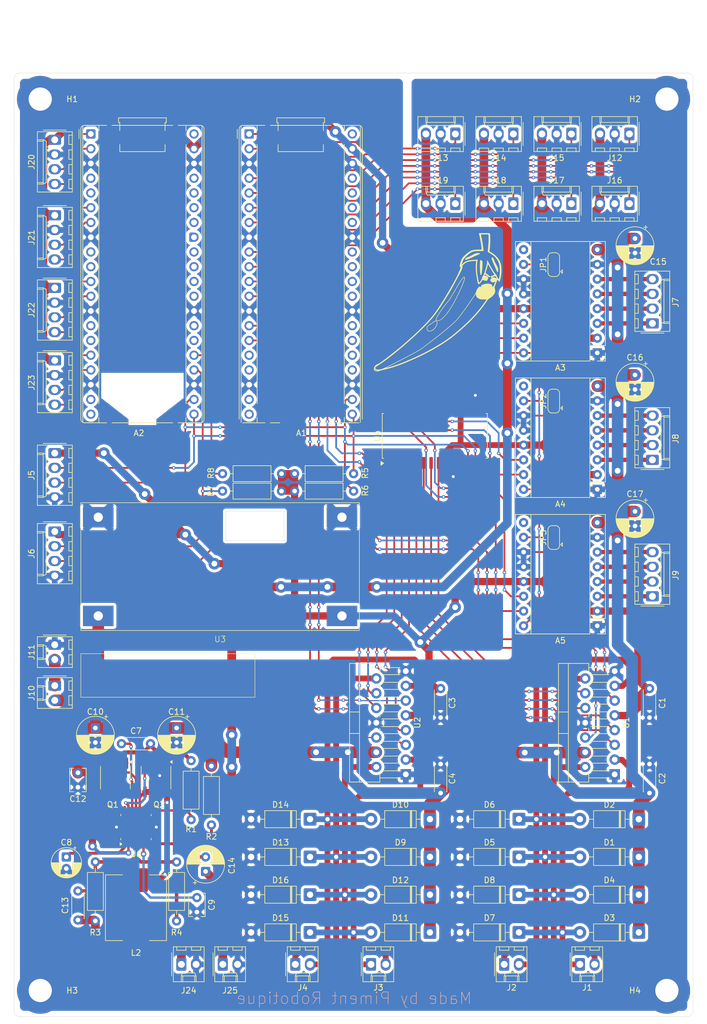
<source format=kicad_pcb>
(kicad_pcb (version 20241229) (generator "pcbnew") (generator_version "9.0")
  (layers (0 "F.Cu" signal) (2 "B.Cu" signal) (13 "F.Paste" user) (15 "B.Paste" user) (5 "F.SilkS" user "F.Silkscreen") (7 "B.SilkS" user "B.Silkscreen") (1 "F.Mask" user) (3 "B.Mask" user) (25 "Edge.Cuts" user))
  (net 0 "")
  (net 3 "I2C 0 SCL")
  (net 4 "Motor 2 Activation Pin")
  (net 5 "GNDPWR")
  (net 7 "Servo 3 PWM")
  (net 8 "Servo 8 PWM")
  (net 10 "Servo 2 PWM")
  (net 13 "+5VL")
  (net 14 "Servo 7 PWM")
  (net 16 "Servo 4 PWM")
  (net 18 "Servo 5 PWM")
  (net 20 "Motor 1 Activation Pin")
  (net 23 "Servo 1 PWM")
  (net 24 "Servo 6 PWM")
  (net 28 "Motor 3 Activation Pin")
  (net 30 "I2C 0 SDA")
  (net 33 "Motor 4 Activation Pin")
  (net 43 "I2C 1 SCL")
  (net 44 "Codeur 1 Pin 2")
  (net 48 "I2C 1 SDA")
  (net 57 "Net-(A3-MS1)")
  (net 59 "Codeur 1 Pin 1")
  (net 60 "Net-(A3-1A)")
  (net 61 "Net-(A3-1B)")
  (net 62 "Stepper 3 Sleep")
  (net 63 "Net-(A3-2A)")
  (net 64 "Steppers Dir")
  (net 65 "Stepper 3 Step")
  (net 66 "+12V")
  (net 67 "Net-(A3-2B)")
  (net 68 "Codeur 2 Pin 1")
  (net 70 "Net-(A4-1B)")
  (net 71 "Codeur 2 Pin 2")
  (net 72 "Stepper 1 Sleep")
  (net 73 "Net-(A4-2A)")
  (net 74 "Net-(A4-1A)")
  (net 75 "Codeur 3 Pin 2")
  (net 76 "Net-(A4-MS1)")
  (net 77 "Net-(A4-2B)")
  (net 78 "Stepper 1 Step")
  (net 79 "Net-(A5-MS1)")
  (net 80 "Codeur 3 Pin 1")
  (net 81 "Stepper 2 Sleep")
  (net 82 "Net-(A5-1B)")
  (net 83 "Net-(A5-1A)")
  (net 84 "Net-(A5-2A)")
  (net 85 "Stepper 2 Step")
  (net 86 "Codeur 4 Pin 1")
  (net 88 "Net-(A5-2B)")
  (net 89 "Net-(U6-SW)")
  (net 90 "Net-(U6-BST)")
  (net 91 "Net-(U6-VCC)")
  (net 92 "Net-(U6-SS)")
  (net 93 "Net-(U6-FB)")
  (net 94 "+5VP")
  (net 95 "Net-(C14-Pad2)")
  (net 96 "Net-(D1-A)")
  (net 97 "Net-(D2-A)")
  (net 98 "Net-(D3-A)")
  (net 99 "Net-(D4-A)")
  (net 100 "Net-(D13-K)")
  (net 101 "Net-(D10-A)")
  (net 102 "Net-(D11-A)")
  (net 103 "Net-(D12-A)")
  (net 104 "Net-(J10-Pin_1)")
  (net 105 "Net-(Q1-G)")
  (net 106 "Net-(Q2-G)")
  (net 107 "Net-(U6-ILIM)")
  (net 108 "Net-(U6-RON)")
  (net 109 "Motor 1 Direction Pin 2")
  (net 110 "Motor 1 Direction Pin 1")
  (net 111 "Motor 2 Direction Pin 2")
  (net 112 "Motor 2 Direction Pin 1")
  (net 113 "Motor 4 Direction Pin 2")
  (net 114 "Motor 3 Direction Pin 1")
  (net 115 "Motor 3 Direction Pin 2")
  (net 116 "Motor 4 Direction Pin 1")
  (net 123 "Codeur 4 Pin 2")
  (footprint "Connector_Molex:Molex_KK-254_AE-6410-02A_1x02_P2.54mm_Vertical" (layer "F.Cu") (at 235.5 217)
    (property "Reference" "J3")
    (property "Value" "Motor 2 Conn")
  )
  (footprint "Inductor_SMD:L_APV_APH1040" (layer "F.Cu") (at 195 207.25 -90)
    (property "Reference" "L2")
    (property "Value" "1.8uH")
  )
  (footprint "Connector_Molex:Molex_KK-254_AE-6410-04A_1x04_P2.54mm_Vertical" (layer "F.Cu") (at 181 100.5 -90)
    (property "Reference" "J22")
    (property "Value" "Motor 3 Encoder")
  )
  (footprint "Connector_Molex:Molex_KK-254_AE-6410-04A_1x04_P2.54mm_Vertical" (layer "F.Cu") (at 181 113 -90)
    (property "Reference" "J23")
    (property "Value" "Motor 4 Encoder")
  )
  (footprint "MountingHole:MountingHole_4mm_Pad" (layer "F.Cu") (at 178.5 221.5)
    (property "Reference" "H3")
    (property "Value" "MountingHole_Pad")
  )
  (footprint "Module:Pololu_Breakout-16_15.2x20.3mm" (layer "F.Cu") (at 274.5 111.7 180)
    (property "Reference" "A3")
    (property "Value" "Pololu_Breakout_A4988")
  )
  (footprint "Package_SO:SOIC-8_3.9x4.9mm_P1.27mm" (layer "F.Cu") (at 198.45 184.8375 -90)
    (property "Reference" "Q2")
    (property "Value" "IRF8714PBF")
  )
  (footprint "Resistor_THT:R_Axial_DIN0207_L6.3mm_D2.5mm_P10.16mm_Horizontal" (layer "F.Cu") (at 208 182.84 -90)
    (property "Reference" "R2")
    (property "Value" "82.5kΩ")
  )
  (footprint "Connector_Molex:Molex_KK-254_AE-6410-02A_1x02_P2.54mm_Vertical" (layer "F.Cu") (at 209.96 217)
    (property "Reference" "J25")
    (property "Value" "Fan 2 Conn")
  )
  (footprint "Diode_THT:D_DO-41_SOD81_P10.16mm_Horizontal" (layer "F.Cu") (at 281.66 211.5 180)
    (property "Reference" "D3")
    (property "Value" "1N4007")
  )
  (footprint "MountingHole:MountingHole_4mm_Pad" (layer "F.Cu") (at 286.5 68)
    (property "Reference" "H2")
    (property "Value" "MountingHole_Pad")
  )
  (footprint "Connector_Molex:Molex_KK-254_AE-6410-03A_1x03_P2.54mm_Vertical" (layer "F.Cu") (at 280.04 74 180)
    (property "Reference" "J12")
    (property "Value" "Servo 4 Conn")
  )
  (footprint "Diode_THT:D_DO-41_SOD81_P10.16mm_Horizontal" (layer "F.Cu") (at 261 198.5 180)
    (property "Reference" "D5")
    (property "Value" "1N4007")
  )
  (footprint "Connector_Molex:Molex_KK-254_AE-6410-04A_1x04_P2.54mm_Vertical" (layer "F.Cu") (at 284 153.62 90)
    (property "Reference" "J9")
    (property "Value" "Stepper 3 Conn")
  )
  (footprint "Diode_THT:D_DO-41_SOD81_P10.16mm_Horizontal" (layer "F.Cu") (at 225 211.5 180)
    (property "Reference" "D15")
    (property "Value" "1N4007")
  )
  (footprint "Connector_Molex:Molex_KK-254_AE-6410-04A_1x04_P2.54mm_Vertical" (layer "F.Cu") (at 181 142.46 -90)
    (property "Reference" "J6")
    (property "Value" "I2C 1 Conn")
  )
  (footprint "Module:RaspberryPi_Pico_Common_THT" (layer "F.Cu") (at 187.22 74)
    (property "Reference" "A2")
    (property "Value" "RaspberryPi_Pico_W")
  )
  (footprint "Connector_Molex:Molex_KK-254_AE-6410-03A_1x03_P2.54mm_Vertical" (layer "F.Cu") (at 250.04 74 180)
    (property "Reference" "J13")
    (property "Value" "Servo 1 Conn")
  )
  (footprint "LOGO" (layer "F.Cu") (at 247 103)
    (property "Reference" "G***")
    (property "Value" "LOGO" (hide yes))
  )
  (footprint "Capacitor_THT:C_Disc_D4.3mm_W1.9mm_P5.00mm" (layer "F.Cu") (at 185 209.3625 90)
    (property "Reference" "C13")
    (property "Value" "120pF")
  )
  (footprint "Package_SO:HTSSOP-14-1EP_4.4x5mm_P0.65mm_EP3.4x5mm_Mask3x3.1mm" (layer "F.Cu") (at 195 193.3625 90)
    (property "Reference" "U6")
    (property "Value" "LM3150MH")
  )
  (footprint "Module:Pololu_Breakout-16_15.2x20.3mm" (layer "F.Cu") (at 274.5 135.2 180)
    (property "Reference" "A4")
    (property "Value" "Pololu_Breakout_A4988")
  )
  (footprint "Connector_Molex:Molex_KK-254_AE-6410-03A_1x03_P2.54mm_Vertical" (layer "F.Cu") (at 260.04 74 180)
    (property "Reference" "J14")
    (property "Value" "Servo 2 Conn")
  )
  (footprint "Connector_Molex:Molex_KK-254_AE-6410-02A_1x02_P2.54mm_Vertical" (layer "F.Cu") (at 258.46 217)
    (property "Reference" "J2")
    (property "Value" "Motor 1 Conn")
  )
  (footprint "Connector_Molex:Molex_KK-254_AE-6410-02A_1x02_P2.54mm_Vertical" (layer "F.Cu") (at 271.5 217)
    (property "Reference" "J1")
    (property "Value" "Motor 0 Conn")
  )
  (footprint "Jumper:SolderJumper-3_P1.3mm_Open_RoundedPad1.0x1.5mm" (layer "F.Cu") (at 267 120 90)
    (property "Reference" "JP2")
    (property "Value" "SolderJumper_3_Open")
  )
  (footprint "Capacitor_THT:C_Disc_D4.3mm_W1.9mm_P5.00mm" (layer "F.Cu") (at 283.5 182.5 -90)
    (property "Reference" "C2")
    (property "Value" "100nF")
  )
  (footprint "Diode_THT:D_DO-41_SOD81_P10.16mm_Horizontal" (layer "F.Cu") (at 261 205 180)
    (property "Reference" "D8")
    (property "Value" "1N4007")
  )
  (footprint "Capacitor_THT:CP_Radial_D6.3mm_P2.50mm" (layer "F.Cu") (at 281 139 -90)
    (property "Reference" "C17")
    (property "Value" "100uF")
  )
  (footprint "Capacitor_THT:CP_Radial_D6.3mm_P2.50mm" (layer "F.Cu") (at 281 115.5 -90)
    (property "Reference" "C16")
    (property "Value" "100uF")
  )
  (footprint "Diode_THT:D_DO-41_SOD81_P10.16mm_Horizontal" (layer "F.Cu") (at 245.66 205 180)
    (property "Reference" "D12")
    (property "Value" "1N4007")
  )
  (footprint "Diode_THT:D_DO-41_SOD81_P10.16mm_Horizontal" (layer "F.Cu") (at 261 211.5 180)
    (property "Reference" "D7")
    (property "Value" "1N4007")
  )
  (footprint "LM2596S-Module:LM2596S-Module" (layer "F.Cu") (at 209.5 148.5)
    (property "Reference" "U3")
    (property "Value" "~")
    (fp_rect (start 1 -9.5) (end 11 -4.5) (stroke (width 0.05)) (fill no) (layer "Edge.Cuts"))
  )
  (footprint "Diode_THT:D_DO-41_SOD81_P10.16mm_Horizontal" (layer "F.Cu") (at 281.66 192 180)
    (property "Reference" "D2")
    (property "Value" "1N4007")
  )
  (footprint "Package_SO:SOIC-8_3.9x4.9mm_P1.27mm" (layer "F.Cu") (at 191.45 184.8375 -90)
    (property "Reference" "Q1")
    (property "Value" "IRF8714PBF")
  )
  (footprint "Capacitor_THT:CP_Radial_D6.3mm_P2.50mm" (layer "F.Cu") (at 281 92 -90)
    (property "Reference" "C15")
    (property "Value" "100uF")
  )
  (footprint "Connector_Molex:Molex_KK-254_AE-6410-03A_1x03_P2.54mm_Vertical" (layer "F.Cu") (at 260.04 86.006999 180)
    (property "Reference" "J18")
    (property "Value" "Servo 7 Conn")
  )
  (footprint "Capacitor_THT:CP_Radial_D5.0mm_P2.00mm" (layer "F.Cu") (at 183 198.5 -90)
    (property "Reference" "C8")
    (property "Value" "2.2uF")
  )
  (footprint "Connector_Molex:Molex_KK-254_AE-6410-03A_1x03_P2.54mm_Vertical" (layer "F.Cu") (at 280.04 86 180)
    (property "Reference" "J16")
    (property "Value" "Servo 5 Conn")
  )
  (footprint "Capacitor_THT:CP_Radial_D6.3mm_P2.50mm" (layer "F.Cu") (at 202 176.294888 -90)
    (property "Reference" "C11")
    (property "Value" "10uF")
  )
  (footprint "Capacitor_THT:C_Disc_D4.3mm_W1.9mm_P5.00mm" (layer "F.Cu") (at 247.5 174.5 90)
    (property "Reference" "C3")
    (property "Value" "100nF")
  )
  (footprint "Module:RaspberryPi_Pico_Common_THT" (layer "F.Cu") (at 214.5 74)
    (property "Reference" "A1")
    (property "Value" "RaspberryPi_Pico")
  )
  (footprint "Diode_THT:D_DO-41_SOD81_P10.16mm_Horizontal" (layer "F.Cu") (at 245.66 192 180)
    (property "Reference" "D10")
    (property "Value" "1N4007")
  )
  (footprint "Connector_Molex:Molex_KK-254_AE-6410-03A_1x03_P2.54mm_Vertical" (layer "F.Cu") (at 270.04 74 180)
    (property "Reference" "J15")
    (property "Value" "Servo 3 Conn")
  )
  (footprint "Resistor_THT:R_Axial_DIN0207_L6.3mm_D2.5mm_P10.16mm_Horizontal" (layer "F.Cu") (at 222.34 132.5)
    (property "Reference" "R5")
    (property "Value" "4.7kΩ")
  )
  (footprint "Connector_Molex:Molex_KK-254_AE-6410-02A_1x02_P2.54mm_Vertical" (layer "F.Cu") (at 181 161.96 -90)
    (property "Reference" "J11")
    (property "Value" "BAU")
  )
  (footprint "Diode_THT:D_DO-41_SOD81_P10.16mm_Horizontal" (layer "F.Cu") (at 225 205 180)
    (property "Reference" "D16")
    (property "Value" "1N4007")
  )
  (footprint "Jumper:SolderJumper-3_P1.3mm_Open_RoundedPad1.0x1.5mm" (layer "F.Cu") (at 267 96.5 90)
    (property "Reference" "JP1")
    (property "Value" "SolderJumper_3_Open")
  )
  (footprint "Capacitor_THT:C_Disc_D3.8mm_W2.6mm_P2.50mm" (layer "F.Cu") (at 185 184 -90)
    (property "Reference" "C12")
    (property "Value" "100nF")
  )
  (footprint "Capacitor_THT:C_Disc_D4.3mm_W1.9mm_P5.00mm" (layer "F.Cu") (at 283.5 169.5 -90)
    (property "Reference" "C1")
    (property "Value" "100nF")
  )
  (footprint "Package_SO:SOIC-28W_7.5x17.9mm_P1.27mm" (layer "F.Cu") (at 246.5 126 90)
    (property "Reference" "U4")
    (property "Value" "MCP23017_SO")
  )
  (footprint "Connector_Molex:Molex_KK-254_AE-6410-04A_1x04_P2.54mm_Vertical" (layer "F.Cu") (at 181 75 -90)
    (property "Reference" "J20")
    (property "Value" "Motor 1 Encoder")
  )
  (footprint "Diode_THT:D_DO-41_SOD81_P10.16mm_Horizontal" (layer "F.Cu") (at 281.66 205 180)
    (property "Reference" "D4")
    (property "Value" "1N4007")
  )
  (footprint "Module:Pololu_Breakout-16_15.2x20.3mm" (layer "F.Cu") (at 274.5 158.7 180)
    (property "Reference" "A5")
    (property "Value" "Pololu_Breakout_A4988")
  )
  (footprint "Connector_Molex:Molex_KK-254_AE-6410-03A_1x03_P2.54mm_Vertical" (layer "F.Cu") (at 270.04 86 180)
    (property "Reference" "J17")
    (property "Value" "Servo 6 Conn")
  )
  (footprint "Capacitor_THT:C_Disc_D4.3mm_W1.9mm_P5.00mm" (layer "F.Cu") (at 192.5 179)
    (property "Reference" "C7")
    (property "Value" "470nF")
  )
  (footprint "Diode_THT:D_DO-41_SOD81_P10.16mm_Horizontal" (layer "F.Cu") (at 281.66 198.5 180)
    (property "Reference" "D1")
    (property "Value" "1N4007")
  )
  (footprint "Resistor_THT:R_Axial_DIN0207_L6.3mm_D2.5mm_P10.16mm_Horizontal" (layer "F.Cu") (at 222.34 135.5)
    (property "Reference" "R6")
    (property "Value" "4.7kΩ")
  )
  (footprint "Diode_THT:D_DO-41_SOD81_P10.16mm_Horizontal" (layer "F.Cu") (at 245.66 198.5 180)
    (property "Reference" "D9")
    (property "Value" "1N4007")
  )
  (footprint "Resistor_THT:R_Axial_DIN0207_L6.3mm_D2.5mm_P10.16mm_Horizontal" (layer "F.Cu") (at 220.08 135.5 180)
    (property "Reference" "R7")
    (property "Value" "4.7kΩ")
  )
  (footprint "MountingHole:MountingHole_4mm_Pad" (layer "F.Cu") (at 286.5 221.5)
    (property "Reference" "H4")
    (property "Value" "MountingHole_Pad")
  )
  (footprint "Resistor_THT:R_Axial_DIN0207_L6.3mm_D2.5mm_P10.16mm_Horizontal" (layer "F.Cu") (at 202 199.3625 -90)
    (property "Reference" "R4")
    (property "Value" "10kΩ")
  )
  (footprint "Capacitor_THT:CP_Radial_D6.3mm_P2.50mm" (layer "F.Cu") (at 207 201 90)
    (property "Reference" "C14")
    (property "Value" "120uF")
  )
  (footprint "Package_TO_SOT_THT:TO-220-15_P2.54x5.08mm_StaggerOdd_Lead4.58mm_Vertical" (layer "F.Cu") (at 277.5 184.28 90)
    (property "Reference" "U1")
    (property "Value" "L298HN")
  )
  (footprint "MountingHole:MountingHole_4mm_Pad" (layer "F.Cu") (at 178.5 68)
    (property "Reference" "H1")
    (property "Value" "MountingHole_Pad")
  )
  (footprint "Capacitor_THT:C_Disc_D4.3mm_W1.9mm_P5.00mm" (layer "F.Cu") (at 247.5 187.5 90)
    (property "Reference" "C4")
    (property "Value" "100nF")
  )
  (footprint "Resistor_THT:R_Axial_DIN0207_L6.3mm_D2.5mm_P10.16mm_Horizontal" (layer "F.Cu") (at 188 199.3625 -90)
    (property "Reference" "R3")
    (property "Value" "73.2kΩ")
  )
  (footprint "Capacitor_THT:C_Disc_D3.8mm_W2.6mm_P2.50mm" (layer "F.Cu") (at 205.5 205.5 -90)
    (property "Reference" "C9")
    (property "Value" "15nF")
  )
  (footprint "Connector_Molex:Molex_KK-254_AE-6410-04A_1x04_P2.54mm_Vertical" (layer "F.Cu") (at 181 128.96 -90)
    (property "Reference" "J5")
    (property "Value" "I2C 0 Conn")
  )
  (footprint "Diode_THT:D_DO-41_SOD81_P10.16mm_Horizontal" (layer "F.Cu") (at 245.66 211.5 180)
    (property "Reference" "D11")
    (property "Value" "1N4007")
  )
  (footprint "Resistor_THT:R_Axial_DIN0207_L6.3mm_D2.5mm_P10.16mm_Horizontal" (layer "F.Cu") (at 220.08 132.5 180)
    (property "Reference" "R8")
    (property "Value" "4.7kΩ")
  )
  (footprint "Connector_Molex:Molex_KK-254_AE-6410-04A_1x04_P2.54mm_Vertical" (layer "F.Cu") (at 181 88 -90)
    (property "Reference" "J21")
    (property "Value" "Motor 2 Encoder")
  )
  (footprint "Connector_Molex:Molex_KK-254_AE-6410-03A_1x03_P2.54mm_Vertical" (layer "F.Cu") (at 250.04 86 180)
    (property "Reference" "J19")
    (property "Value" "Servo 8 Conn")
  )
  (footprint "Package_TO_SOT_THT:TO-220-15_P2.54x5.08mm_StaggerOdd_Lead4.58mm_Vertical" (layer "F.Cu") (at 241.5 184.28 90)
    (property "Reference" "U2")
    (property "Value" "L298HN")
  )
  (footprint "Jumper:SolderJumper-3_P1.3mm_Open_RoundedPad1.0x1.5mm" (layer "F.Cu") (at 267 143.5 90)
    (property "Reference" "JP3")
    (property "Value" "SolderJumper_3_Open")
  )
  (footprint "Diode_THT:D_DO-41_SOD81_P10.16mm_Horizontal" (layer "F.Cu") (at 261 192 180)
    (property "Reference" "D6")
    (property "Value" "1N4007")
  )
  (footprint "Connector_Molex:Molex_KK-254_AE-6410-04A_1x04_P2.54mm_Vertical" (layer "F.Cu") (at 284 130.12 90)
    (property "Reference" "J8")
    (property "Value" "Stepper 2 Conn")
  )
  (footprint "Diode_THT:D_DO-41_SOD81_P10.16mm_Horizontal" (layer "F.Cu") (at 225 192 180)
    (property "Reference" "D14")
    (property "Value" "1N4007")
  )
  (footprint "Connector_Molex:Molex_KK-254_AE-6410-02A_1x02_P2.54mm_Vertical" (layer "F.Cu") (at 222.46 217)
    (property "Reference" "J4")
    (property "Value" "Motor 3 Conn")
  )
  (footprint "Connector_Molex:Molex_KK-254_AE-6410-04A_1x04_P2.54mm_Vertical" (layer "F.Cu") (at 284 106.62 90)
    (property "Reference" "J7")
    (property "Value" "Stepper 1 Conn")
  )
  (footprint "Capacitor_THT:CP_Radial_D6.3mm_P2.50mm" (layer "F.Cu") (at 188 176.294888 -90)
    (property "Reference" "C10")
    (property "Value" "10uF")
  )
  (footprint "Diode_THT:D_DO-41_SOD81_P10.16mm_Horizontal" (layer "F.Cu") (at 225 198.5 180)
    (property "Reference" "D13")
    (property "Value" "1N4007")
  )
  (footprint "Resistor_THT:R_Axial_DIN0207_L6.3mm_D2.5mm_P10.16mm_Horizontal" (layer "F.Cu") (at 204.5 192.08 90)
    (property "Reference" "R1")
    (property "Value" "665Ω")
  )
  (footprint "Connector_Molex:Molex_KK-254_AE-6410-02A_1x02_P2.54mm_Vertical" (layer "F.Cu") (at 202.82 217)
    (property "Reference" "J24")
    (property "Value" "Fan 1 Conn")
  )
  (footprint "Connector_Molex:Molex_KK-254_AE-6410-02A_1x02_P2.54mm_Vertical" (layer "F.Cu") (at 181 169 -90)
    (property "Reference" "J10")
    (property "Value" "12V Battery")
  )
  (gr_arc (start 259 88.25) (mid 259.707107 88.542893) (end 260 89.25) (stroke (width 0.5)) (layer "B.Cu") (net 5))
  (gr_arc (start 260 163.75) (mid 259.707107 164.457107) (end 259 164.75) (stroke (width 0.5)) (layer "B.Cu") (net 5))
  (gr_arc (start 189.75 164.75) (mid 188.75 163.75) (end 189.75 162.75) (stroke (width 0.5)) (layer "B.Cu") (net 5))
  (gr_arc (start 241.75 90.25) (mid 241.042893 89.957107) (end 240.75 89.25) (stroke (width 0.5)) (layer "B.Cu") (net 5))
  (gr_line (start 215.5 171) (end 185.5 171) (stroke (width 0.08382)) (layer "F.SilkS"))
  (gr_line (start 215.5 163.5) (end 215.5 171) (stroke (width 0.08382)) (layer "F.SilkS"))
  (gr_line (start 185.5 163.5) (end 215.5 163.5) (stroke (width 0.08382)) (layer "F.SilkS"))
  (gr_line (start 185.5 163.5) (end 185.5 171) (stroke (width 0.08382)) (layer "F.SilkS"))
  (gr_line (start 175 63.5) (end 290 63.5) (stroke (width 0.05)) (layer "Edge.Cuts"))
  (gr_arc (start 291 225) (mid 290.707107 225.707107) (end 290 226) (stroke (width 0.05)) (layer "Edge.Cuts"))
  (gr_arc (start 175 226) (mid 174.292893 225.707107) (end 174 225) (stroke (width 0.05)) (layer "Edge.Cuts"))
  (gr_arc (start 174 64.5) (mid 174.292893 63.792893) (end 175 63.5) (stroke (width 0.05)) (layer "Edge.Cuts"))
  (gr_line (start 174 225) (end 174 64.5) (stroke (width 0.05)) (layer "Edge.Cuts"))
  (gr_line (start 291 64.5) (end 291 225) (stroke (width 0.05)) (layer "Edge.Cuts"))
  (gr_line (start 290 226) (end 175 226) (stroke (width 0.05)) (layer "Edge.Cuts"))
  (gr_arc (start 290 63.5) (mid 290.707107 63.792893) (end 291 64.5) (stroke (width 0.05)) (layer "Edge.Cuts"))
  (gr_text "Made by Piment Robotique" (at 253 224 0) (layer "B.SilkS") (effects (font (size 2 2) (thickness 0.1)) (justify left bottom mirror)))
  (segment (start 203.5 124.5) (end 203.5 133) (width 0.3) (layer "F.Cu") (net 3))
  (segment (start 252.215 130.65) (end 252.215 128.58) (width 0.3) (layer "F.Cu") (net 3))
  (segment (start 231 134) (end 232.5 135.5) (width 0.3) (layer "F.Cu") (net 3))
  (segment (start 203.5 124.5) (end 203.5 120.5) (width 0.3) (layer "F.Cu") (net 3))
  (segment (start 231 124.5) (end 231 120) (width 0.3) (layer "F.Cu") (net 3))
  (segment (start 204.28 119.72) (end 205 119.72) (width 0.3) (layer "F.Cu") (net 3))
  (segment (start 231.28 119.72) (end 232.28 119.72) (width 0.3) (layer "F.Cu") (net 3))
  (segment (start 231 127) (end 231 134) (width 0.3) (layer "F.Cu") (net 3))
  (segment (start 231 120) (end 231.28 119.72) (width 0.3) (layer "F.Cu") (net 3))
  (segment (start 203.5 120.5) (end 204.28 119.72) (width 0.3) (layer "F.Cu") (net 3))
  (segment (start 203.5 133) (end 202.46 134.04) (width 0.3) (layer "F.Cu") (net 3))
  (segment (start 202.46 134.04) (end 181 134.04) (width 0.3) (layer "F.Cu") (net 3))
  (segment (start 209.5 124.5) (end 231 124.5) (width 0.3) (layer "F.Cu") (net 3))
  (via (at 209.5 124.5) (size 0.6) (drill 0.3) (layers "F.Cu" "B.Cu") (net 3))
  (via (at 203.5 124.5) (size 0.6) (drill 0.3) (layers "F.Cu" "B.Cu") (net 3))
  (via (at 231 124.5) (size 0.6) (drill 0.3) (layers "F.Cu" "B.Cu") (net 3))
  (via (at 252.215 128.58) (size 0.6) (drill 0.3) (layers "F.Cu" "B.Cu") (net 3))
  (via (at 231 127) (size 0.6) (drill 0.3) (layers "F.Cu" "B.Cu") (net 3))
  (segment (start 231.5 127.5) (end 231 127) (width 0.3) (layer "B.Cu") (net 3))
  (segment (start 252.215 128.58) (end 251.135 127.5) (width 0.3) (layer "B.Cu") (net 3))
  (segment (start 251.135 127.5) (end 231.5 127.5) (width 0.3) (layer "B.Cu") (net 3))
  (segment (start 203.5 124.5) (end 209.5 124.5) (width 0.3) (layer "B.Cu") (net 3))
  (segment (start 231 127) (end 231 124.5) (width 0.3) (layer "B.Cu") (net 3))
  (segment (start 229.5 101.5) (end 227.4 99.4) (width 0.3) (layer "F.Cu") (net 4))
  (segment (start 236 131) (end 234 129) (width 0.3) (layer "F.Cu") (net 4))
  (segment (start 255.5 149.5) (end 255.5 146) (width 0.3) (layer "F.Cu") (net 4))
  (segment (start 229.5 123.5) (end 229.5 101.5) (width 0.3) (layer "F.Cu") (net 4))
  (segment (start 275.75 163.25) (end 275.75 162.75) (width 0.3) (layer "F.Cu") (net 4))
  (segment (start 255.5 146) (end 253.5 144) (width 0.3) (layer "F.Cu") (net 4))
  (segment (start 255.5 160) (end 255.5 152.5) (width 0.3) (layer "F.Cu") (net 4))
  (segment (start 275.75 162.75) (end 274 161) (width 0.3) (layer "F.Cu") (net 4))
  (segment (start 236 143) (end 236 131) (width 0.3) (layer "F.Cu") (net 4))
  (segment (start 237 144) (end 236 143) (width 0.3) (layer "F.Cu") (net 4))
  (segment (start 274 161) (end 256.5 161) (width 0.3) (layer "F.Cu") (net 4))
  (segment (start 253.5 144) (end 248 144) (width 0.3) (layer "F.Cu") (net 4))
  (segment (start 256.5 161) (end 255.5 160) (width 0.3) (layer "F.Cu") (net 4))
  (segment (start 275.75 165.75) (end 275.75 169.86) (width 0.3) (layer "F.Cu") (net 4))
  (segment (start 275.75 169.86) (end 277.5 171.61) (width 0.3) (layer "F.Cu") (net 4))
  (segment (start 227.4 99.4) (end 214.5 99.4) (width 0.3) (layer "F.Cu") (net 4))
  (segment (start 234 129) (end 233.5 129) (width 0.3) (layer "F.Cu") (net 4))
  (via (at 233.5 129) (size 0.6) (drill 0.3) (layers "F.Cu" "B.Cu") (net 4))
  (via (at 229.5 123.5) (size 0.6) (drill 0.3) (layers "F.Cu" "B.Cu") (net 4))
  (via (at 255.5 149.5) (size 0.6) (drill 0.3) (layers "F.Cu" "B.Cu") (net 4))
  (via (at 275.75 163.25) (size 0.6) (drill 0.3) (layers "F.Cu" "B.Cu") (net 4))
  (via (at 275.75 165.75) (size 0.6) (drill 0.3) (layers "F.Cu" "B.Cu") (net 4))
  (via (at 237 144) (size 0.6) (drill 0.3) (layers "F.Cu" "B.Cu") (net 4))
  (via (at 248 144) (size 0.6) (drill 0.3) (layers "F.Cu" "B.Cu") (net 4))
  (via (at 255.5 152.5) (size 0.6) (drill 0.3) (layers "F.Cu" "B.Cu") (net 4))
  (segment (start 230.5 129) (end 233.5 129) (width 0.3) (layer "B.Cu") (net 4))
  (segment (start 255.5 152.5) (end 255.5 149.5) (width 0.3) (layer "B.Cu") (net 4))
  (segment (start 229.5 128) (end 230.5 129) (width 0.3) (layer "B.Cu") (net 4))
  (segment (start 275.75 163.25) (end 275.75 165.75) (width 0.3) (layer "B.Cu") (net 4))
  (segment (start 229.5 123.5) (end 229.5 128) (width 0.3) (layer "B.Cu") (net 4))
  (segment (start 237 144) (end 248 144) (width 0.3) (layer "B.Cu") (net 4))
  (segment (start 195.65 194.0125) (end 195 193.3625) (width 0.5) (layer "F.Cu") (net 5))
  (segment (start 199.085 182.3625) (end 197.815 182.3625) (width 1) (layer "F.Cu") (net 5))
  (segment (start 196.3 192.0625) (end 195 193.3625) (width 0.5) (layer "F.Cu") (net 5))
  (segment (start 261.8 99) (end 265.8 99) (width 0.3) (layer "F.Cu") (net 5))
  (segment (start 261.8 122.5) (end 265.8 122.5) (width 0.3) (layer "F.Cu") (net 5))
  (segment (start 265.8 122.5) (end 267 121.3) (width 0.3) (layer "F.Cu") (net 5))
  (segment (start 261.8 146) (end 265.8 146) (width 0.3) (layer "F.Cu") (net 5))
  (segment (start 195 193.3625) (end 194.3625 193.3625) (width 0.5) (layer "F.Cu") (net 5))
  (segment (start 193.05 192.05) (end 193.05 190.5) (width 0.5) (layer "F.Cu") (net 5))
  (segment (start 265.8 99) (end 267 97.8) (width 0.3) (layer "F.Cu") (net 5))
  (segment (start 195 193.3625) (end 191.6375 193.3625) (width 1) (layer "F.Cu") (net 5))
  (segment (start 196.3 190.5) (end 196.3 192.0625) (width 0.5) (layer "F.Cu") (net 5))
  (segment (start 200.355 182.3625) (end 199.085 182.3625) (width 1) (layer "F.Cu") (net 5))
  (segment (start 249.675 130.65) (end 249.675 133) (width 1) (layer "F.Cu") (net 5))
  (segment (start 195.65 196.225) (end 195.65 194.0125) (width 0.5) (layer "F.Cu") (net 5))
  (segment (start 253.485 121.35) (end 252.215 121.35) (width 0.6) (layer "F.Cu") (net 5))
  (segment (start 254.755 121.35) (end 253.485 121.35) (width 0.6) (layer "F.Cu") (net 5))
  (segment (start 265.8 146) (end 267 144.8) (width 0.3) (layer "F.Cu") (net 5))
  (segment (start 195 193.3625) (end 198.5 193.3625) (width 1) (layer "F.Cu") (net 5))
  (segment (start 194.3625 193.3625) (end 193.05 192.05) (width 0.5) (layer "F.Cu") (net 5))
  (segment (start 253.485 121.35) (end 253.485 119.015) (width 0.6) (layer "F.Cu") (net 5))
  (segment (start 199.085 184.5) (end 199.085 182.3625) (width 1) (layer "F.Cu") (net 5))
  (via (at 198.5 193.3625) (size 1) (drill 0.5) (layers "F.Cu" "B.Cu") (net 5))
  (via (at 191.6375 193.3625) (size 1) (drill 0.5) (layers "F.Cu" "B.Cu") (net 5))
  (via (at 199.085 184.5) (size 1) (drill 0.5) (layers "F.Cu" "B.Cu") (net 5))
  (via (at 253.485 119.015) (size 1) (drill 0.5) (layers "F.Cu" "B.Cu") (net 5))
  (via (at 249.675 133) (size 1) (drill 0.5) (layers "F.Cu" "B.Cu") (net 5))
  (segment (start 222.616 81.62) (end 214.5 81.62) (width 0.3) (layer "F.Cu") (net 7))
  (segment (start 243.5 78.5) (end 236 78.5) (width 0.3) (layer "F.Cu") (net 7))
  (segment (start 246.5 78.5) (end 253.5 78.5) (width 0.3) (layer "F.Cu") (net 7))
  (segment (start 224 80.236) (end 222.616 81.62) (width 0.3) (layer "F.Cu") (net 7))
  (segment (start 270.04 77.46) (end 269 78.5) (width 0.3) (layer "F.Cu") (net 7))
  (segment (start 234.264 80.236) (end 224 80.236) (width 0.3) (layer "F.Cu") (net 7))
  (segment (start 269 78.5) (end 266.5 78.5) (width 0.3) (layer "F.Cu") (net 7))
  (segment (start 263.5 78.5) (end 256.5 78.5) (width 0.3) (layer "F.Cu") (net 7))
  (segment (start 270.04 74) (end 270.04 77.46) (width 0.3) (layer "F.Cu") (net 7))
  (segment (start 236 78.5) (end 234.264 80.236) (width 0.3) (layer "F.Cu") (net 7))
  (via (at 253.5 78.5) (size 0.6) (drill 0.3) (layers "F.Cu" "B.Cu") (net 7))
  (via (at 266.5 78.5) (size 0.6) (drill 0.3) (layers "F.Cu" "B.Cu") (net 7))
  (via (at 256.5 78.5) (size 0.6) (drill 0.3) (layers "F.Cu" "B.Cu") (net 7))
  (via (at 243.5 78.5) (size 0.6) (drill 0.3) (layers "F.Cu" "B.Cu") (net 7))
  (via (at 263.5 78.5) (size 0.6) (drill 0.3) (layers "F.Cu" "B.Cu") (net 7))
  (via (at 246.5 78.5) (size 0.6) (drill 0.3) (layers "F.Cu" "B.Cu") (net 7))
  (segment (start 246.5 78.5) (end 243.5 78.5) (width 0.3) (layer "B.Cu") (net 7))
  (segment (start 266.5 78.5) (end 263.5 78.5) (width 0.3) (layer "B.Cu") (net 7))
  (segment (start 256.5 78.5) (end 253.5 78.5) (width 0.3) (layer "B.Cu") (net 7))
  (segment (start 250.04 84.54) (end 250.04 86) (width 0.3) (layer "F.Cu") (net 8))
  (segment (start 233.831 93.169) (end 224 93.169) (width 0.3) (layer "F.Cu") (net 8))
  (segment (start 246.5 83.5) (end 249 83.5) (width 0.3) (layer "F.Cu") (net 8))
  (segment (start 220.309 96.86) (end 214.5 96.86) (width 0.3) (layer "F.Cu") (net 8))
  (segment (start 224 93.169) (end 220.309 96.86) (width 0.3) (layer "F.Cu") (net 8))
  (segment (start 249 83.5) (end 250.04 84.54) (width 0.3) (layer "F.Cu") (net 8))
  (segment (start 243.5 83.5) (end 233.831 93.169) (width 0.3) (layer "F.Cu") (net 8))
  (via (at 246.5 83.5) (size 0.6) (drill 0.3) (layers "F.Cu" "B.Cu") (net 8))
  (via (at 243.5 83.5) (size 0.6) (drill 0.3) (layers "F.Cu" "B.Cu") (net 8))
  (segment (start 246.5 83.5) (end 243.5 83.5) (width 0.3) (layer "B.Cu") (net 8))
  (segment (start 234.5 77.5) (end 234.076 77.924) (width 0.3) (layer "F.Cu") (net 10))
  (segment (start 243.5 77.5) (end 234.5 77.5) (width 0.3) (layer "F.Cu") (net 10))
  (segment (start 222.54 76.54) (end 214.5 76.54) (width 0.3) (layer "F.Cu") (net 10))
  (segment (start 253.5 77.5) (end 246.5 77.5) (width 0.3) (layer "F.Cu") (net 10))
  (segment (start 259 77.5) (end 260.04 76.46) (width 0.3) (layer "F.Cu") (net 10))
  (segment (start 223.924 77.924) (end 222.54 76.54) (width 0.3) (layer "F.Cu") (net 10))
  (segment (start 260.04 76.46) (end 260.04 74) (width 0.3) (layer "F.Cu") (net 10))
  (segment (start 256.5 77.5) (end 259 77.5) (width 0.3) (layer "F.Cu") (net 10))
  (segment (start 234.076 77.924) (end 223.924 77.924) (width 0.3) (layer "F.Cu") (net 10))
  (via (at 253.5 77.5) (size 0.6) (drill 0.3) (layers "F.Cu" "B.Cu") (net 10))
  (via (at 243.5 77.5) (size 0.6) (drill 0.3) (layers "F.Cu" "B.Cu") (net 10))
  (via (at 256.5 77.5) (size 0.6) (drill 0.3) (layers "F.Cu" "B.Cu") (net 10))
  (via (at 246.5 77.5) (size 0.6) (drill 0.3) (layers "F.Cu" "B.Cu") (net 10))
  (segment (start 246.5 77.5) (end 243.5 77.5) (width 0.3) (layer "B.Cu") (net 10))
  (segment (start 256.5 77.5) (end 253.5 77.5) (width 0.3) (layer "B.Cu") (net 10))
  (segment (start 270.16 132.66) (end 270.16 143.5) (width 1.25) (layer "F.Cu") (net 13))
  (segment (start 180 88) (end 179.079 88.921) (width 1.25) (layer "F.Cu") (net 13))
  (segment (start 189.46 128.96) (end 181 128.96) (width 1.25) (layer "F.Cu") (net 13))
  (segment (start 179.079 99.579) (end 180 100.5) (width 1.25) (layer "F.Cu") (net 13))
  (segment (start 267 95.2) (end 269.2 95.2) (width 0.3) (layer "F.Cu") (net 13))
  (segment (start 180 88) (end 181 88) (width 1.25) (layer "F.Cu") (net 13))
  (segment (start 250 154) (end 252.92 151.08) (width 1.25) (layer "F.Cu") (net 13))
  (segment (start 230.5 157) (end 223.34 157) (width 1.25) (layer "F.Cu") (net 13))
  (segment (start 245.5 168.28) (end 246.72 169.5) (width 1.25) (layer "F.Cu") (net 13))
  (segment (start 222.34 156) (end 222.34 149.5) (width 1.25) (layer "F.Cu") (net 13))
  (segment (start 265.08 151.08) (end 270.16 146) (width 1.25) (layer "F.Cu") (net 13))
  (segment (start 179.079 112.079) (end 180 113) (width 1.25) (layer "F.Cu") (net 13))
  (segment (start 274.5 132.66) (end 270.16 132.66) (width 1.25) (layer "F.Cu") (net 13))
  (segment (start 209.54 72) (end 205 76.54) (width 1.25) (layer "F.Cu") (net 13))
  (segment (start 220.84 148) (end 222.34 149.5) (width 1.25) (layer "F.Cu") (net 13))
  (segment (start 222.34 132.5) (end 222.34 133.24) (width 1.25) (layer "F.Cu") (net 13))
  (segment (start 227.74 72) (end 209.54 72) (width 1.25) (layer "F.Cu") (net 13))
  (segment (start 267 118.7) (end 270.16 118.7) (width 0.3) (layer "F.Cu") (net 13))
  (segment (start 245.5 173) (end 244.38 174.12) (width 1.25) (layer "F.Cu") (net 13))
  (segment (start 270.16 156.16) (end 265.08 151.08) (width 1.25) (layer "F.Cu") (net 13))
  (segment (start 180 100.5) (end 181 100.5) (width 1.25) (layer "F.Cu") (net 13))
  (segment (start 268.92 104.08) (end 265.08 104.08) (width 0.3) (layer "F.Cu") (net 13))
  (segment (start 244.38 174.12) (end 241.5 174.12) (width 1.25) (layer "F.Cu") (net 13))
  (segment (start 280.2 174.15) (end 281.5 172.85) (width 1.25) (layer "F.Cu") (net 13))
  (segment (start 270 103) (end 268.92 104.08) (width 0.3) (layer "F.Cu") (net 13))
  (segment (start 250.945 121.35) (end 250.945 127.58) (width 1) (layer "F.Cu") (net 13))
  (segment (start 205 76.54) (end 200.48 72.02) (width 1.25) (layer "F.Cu") (net 13))
  (segment (start 261.8 104.08) (end 265.08 104.08) (width 1.25) (layer "F.Cu") (net 13))
  (segment (start 283 169.5) (end 283.5 169.5) (width 1.25) (layer "F.Cu") (net 13))
  (segment (start 270.16 122.5) (end 265.08 127.58) (width 1.25) (layer "F.Cu") (net 13))
  (segment (start 208.5 148) (end 220.84 148) (width 1.25) (layer "F.Cu") (net 13))
  (segment (start 181 75) (end 180 75) (width 1.25) (layer "F.Cu") (net 13))
  (segment (start 179.079 88.921) (end 179.079 99.579) (width 1.25) (layer "F.Cu") (net 13))
  (segment (start 270.16 132.66) (end 265.08 127.58) (width 1.25) (layer "F.Cu") (net 13))
  (segment (start 265.08 151.08) (end 261.8 151.08) (width 1.25) (layer "F.Cu") (net 13))
  (segment (start 274.5 156.16) (end 280.16 156.16) (width 1.25) (layer "F.Cu") (net 13))
  (segment (start 245.5 170.72) (end 245.5 173) (width 1.25) (layer "F.Cu") (net 13))
  (segment (start 222.34 135.5) (end 222.34 134.76) (width 1.25) (layer "F.Cu") (net 13))
  (segment (start 180 100.5) (end 179.079 101.421) (width 1.25) (layer "F.Cu") (net 13))
  (segment (start 252.92 151.08) (end 261.8 151.08) (width 1.25) (layer "F.Cu") (net 13))
  (segment (start 222.34 135.5) (end 222.34 132.5) (width 1.25) (layer "F.Cu") (net 13))
  (segment (start 245.5 163) (end 245.5 168.28) (width 1.25) (layer "F.Cu") (net 13))
  (segment (start 229.37 73.63) (end 227.74 72) (width 1.25) (layer "F.Cu") (net 13))
  (segment (start 248.83 104.08) (end 261.8 104.08) (width 1.25) (layer "F.Cu") (net 13))
  (segment (start 203.5 143) (end 181.54 143) (width 1.25) (layer "F.Cu") (net 13))
  (segment (start 277.34 174.15) (end 280.2 174.15) (width 1.25) (layer "F.Cu") (net 13))
  (segment (start 223.34 157) (end 222.34 156) (width 1.25) (layer "F.Cu") (net 13))
  (segment (start 222.34 133.24) (end 220.08 135.5) (width 1.25) (layer "F.Cu") (net 13))
  (segment (start 269.2 95.2) (end 270 96) (width 0.3) (layer "F.Cu") (net 13))
  (segment (start 220.08 135.5) (end 220.08 132.5) (width 1.25) (layer "F.Cu") (net 13))
  (segment (start 270.16 143.5) (end 270.16 146) (width 1.25) (layer "F.Cu") (net 13))
  (segment (start 181.54 143) (end 181 142.46) (width 1.25) (layer "F.Cu") (net 13))
  (segment (start 222.34 135.5) (end 220.08 135.5) (width 1.25) (layer "F.Cu") (net 13))
  (segment (start 249.515 127.58) (end 248.405 128.69) (width 1) (layer "F.Cu") (net 13))
  (segment (start 222.34 149.5) (end 222.34 135.5) (width 1.25) (layer "F.Cu") (net 13))
  (segment (start 179.079 87.079) (end 180 88) (width 1.25) (layer "F.Cu") (net 13))
  (segment (start 183.98 72.02) (end 181 75) (width 1.25) (layer "F.Cu") (net 13))
  (segment (start 248.405 128.69) (end 248.405 130.65) (width 1) (layer "F.Cu") (net 13))
  (segment (start 281.5 168) (end 283 169.5) (width 1.25) (layer "F.Cu") (net 13))
  (segment (start 265.08 127.58) (end 261.8 127.58) (width 1.25) (layer "F.Cu") (net 13))
  (segment (start 250 155.5) (end 250 154) (width 1.25) (layer "F.Cu") (net 13))
  (segment (start 280.16 156.16) (end 281.5 157.5) (width 1.25) (layer "F.Cu") (net 13))
  (segment (start 200.48 72.02) (end 183.98 72.02) (width 1.25) (layer "F.Cu") (net 13))
  (segment (start 246.72 169.5) (end 245.5 170.72) (width 1.25) (layer "F.Cu") (net 13))
  (segment (start 270.16 120) (end 270.16 122.5) (width 1.25) (layer "F.Cu") (net 13))
  (segment (start 270.16 109.16) (end 274.5 109.16) (width 1.25) (layer "F.Cu") (net 13))
  (segment (start 220.08 132.5) (end 222.34 132.5) (width 1.25) (layer "F.Cu") (net 13))
  (segment (start 179.079 75.921) (end 179.079 87.079) (width 1.25) (layer "F.Cu") (net 13))
  (segment (start 261.8 127.58) (end 249.515 127.58) (width 1) (layer "F.Cu") (net 13))
  (segment (start 267 142.2) (end 270.16 142.2) (width 0.3) (layer "F.Cu") (net 13))
  (segment (start 237.5 92.75) (end 248.83 104.08) (width 1.25) (layer "F.Cu") (net 13))
  (segment (start 180 113) (end 181 113) (width 1.25) (layer "F.Cu") (net 13))
  (segment (start 203.5 143) (end 196.5 136) (width 1.25) (layer "F.Cu") (net 13))
  (segment (start 274.5 156.16) (end 270.16 156.16) (width 1.25) (layer "F.Cu") (net 13))
  (segment (start 281.5 172.85) (end 281.5 171) (width 1.25) (layer "F.Cu") (net 13))
  (segment (start 281.5 157.5) (end 281.5 168) (width 1.25) (layer "F.Cu") (net 13))
  (segment (start 270.16 109.16) (end 270.16 120) (width 1.25) (layer "F.Cu") (net 13))
  (segment (start 246.72 169.5) (end 247.5 169.5) (width 1.25) (layer "F.Cu") (net 13))
  (segment (start 270 96) (end 270 103) (width 0.3) (layer "F.Cu") (net 13))
  (segment (start 244 161.5) (end 245.5 163) (width 1.25) (layer "F.Cu") (net 13))
  (segment (start 180 75) (end 179.079 75.921) (width 1.25) (layer "F.Cu") (net 13))
  (segment (start 179.079 101.421) (end 179.079 112.079) (width 1.25) (layer "F.Cu") (net 13))
  (segment (start 222.34 134.76) (end 220.08 132.5) (width 1.25) (layer "F.Cu") (net 13))
  (segment (start 265.08 104.08) (end 270.16 109.16) (width 1.25) (layer "F.Cu") (net 13))
  (segment (start 281.5 171) (end 283 169.5) (width 1.25) (layer "F.Cu") (net 13))
  (via (at 208.5 148) (size 2) (drill 1) (layers "F.Cu" "B.Cu") (net 13))
  (via (at 229.37 73.63) (size 2) (drill 1) (layers "F.Cu" "B.Cu") (net 13))
  (via (at 203.5 143) (size 2) (drill 1) (layers "F.Cu" "B.Cu") (net 13))
  (via (at 196.5 136) (size 2) (drill 1) (layers "F.Cu" "B.Cu") (net 13))
  (via (at 237.5 92.75) (size 2) (drill 1) (layers "F.Cu" "B.Cu") (net 13))
  (via (at 244 161.5) (size 2) (drill 1) (layers "F.Cu" "B.Cu") (net 13))
  (via (at 189.46 128.96) (size 2) (drill 1) (layers "F.Cu" "B.Cu") (net 13))
  (via (at 250 155.5) (size 2) (drill 1) (layers "F.Cu" "B.Cu") (net 13))
  (segment (start 237.5 81.76) (end 232.28 76.54) (width 1.25) (layer "B.Cu") (net 13))
  (segment (start 237.5 92.75) (end 237.5 81.76) (width 1.25) (layer "B.Cu") (net 13))
  (segment (start 203.5 143) (end 208.5 148) (width 1.25) (layer "B.Cu") (net 13))
  (segment (start 244 161.5) (end 239.5 157) (width 1.25) (layer "B.Cu") (net 13))
  (segment (start 229.37 73.63) (end 232.28 76.54) (width 1.25) (layer "B.Cu") (net 13))
  (segment (start 250 155.5) (end 244 161.5) (width 1.25) (layer "B.Cu") (net 13))
  (segment (start 239.5 157) (end 230.5 157) (width 1.25) (layer "B.Cu") (net 13))
  (segment (start 196.5 136) (end 189.46 128.96) (width 1.25) (layer "B.Cu") (net 13))
  (segment (start 220.18 94.32) (end 214.5 94.32) (width 0.3) (layer "F.Cu") (net 14))
  (segment (start 234 90.5) (end 224 90.5) (width 0.3) (layer "F.Cu") (net 14))
  (segment (start 260.04 83.54) (end 260.04 86) (width 0.3) (layer "F.Cu") (net 14))
  (segment (start 259 82.5) (end 260.04 83.54) (width 0.3) (layer "F.Cu") (net 14))
  (segment (start 246.5 82.5) (end 253.5 82.5) (width 0.3) (layer "F.Cu") (net 14))
  (segment (start 242 82.5) (end 234 90.5) (width 0.3) (layer "F.Cu") (net 14))
  (segment (start 243.5 82.5) (end 242 82.5) (width 0.3) (layer "F.Cu") (net 14))
  (segment (start 256.5 82.5) (end 259 82.5) (width 0.3) (layer "F.Cu") (net 14))
  (segment (start 224 90.5) (end 220.18 94.32) (width 0.3) (layer "F.Cu") (net 14))
  (via (at 246.5 82.5) (size 0.6) (drill 0.3) (layers "F.Cu" "B.Cu") (net 14))
  (via (at 256.5 82.5) (size 0.6) (drill 0.3) (layers "F.Cu" "B.Cu") (net 14))
  (via (at 243.5 82.5) (size 0.6) (drill 0.3) (layers "F.Cu" "B.Cu") (net 14))
  (via (at 253.5 82.5) (size 0.6) (drill 0.3) (layers "F.Cu" "B.Cu") (net 14))
  (segment (start 256.5 82.5) (end 253.5 82.5) (width 0.3) (layer "B.Cu") (net 14))
  (segment (start 246.5 82.5) (end 243.5 82.5) (width 0.3) (layer "B.Cu") (net 14))
  (segment (start 222.84 84.16) (end 214.5 84.16) (width 0.3) (layer "F.Cu") (net 16))
  (segment (start 263.5 79.5) (end 256.5 79.5) (width 0.3) (layer "F.Cu") (net 16))
  (segment (start 243.5 79.5) (end 237.5 79.5) (width 0.3) (layer "F.Cu") (net 16))
  (segment (start 276.5 79.5) (end 279 79.5) (width 0.3) (layer "F.Cu") (net 16))
  (segment (start 224 83) (end 222.84 84.16) (width 0.3) (layer "F.Cu") (net 16))
  (segment (start 237.5 79.5) (end 234 83) (width 0.3) (layer "F.Cu") (net 16))
  (segment (start 280.04 78.46) (end 280.04 74) (width 0.3) (layer "F.Cu") (net 16))
  (segment (start 234 83) (end 224 83) (width 0.3) (layer "F.Cu") (net 16))
  (segment (start 253.5 79.5) (end 246.5 79.5) (width 0.3) (layer "F.Cu") (net 16))
  (segment (start 279 79.5) (end 280.04 78.46) (width 0.3) (layer "F.Cu") (net 16))
  (segment (start 273.5 79.5) (end 266.5 79.5) (width 0.3) (layer "F.Cu") (net 16))
  (via (at 266.5 79.5) (size 0.6) (drill 0.3) (layers "F.Cu" "B.Cu") (net 16))
  (via (at 273.5 79.5) (size 0.6) (drill 0.3) (layers "F.Cu" "B.Cu") (net 16))
  (via (at 276.5 79.5) (size 0.6) (drill 0.3) (layers "F.Cu" "B.Cu") (net 16))
  (via (at 243.5 79.5) (size 0.6) (drill 0.3) (layers "F.Cu" "B.Cu") (net 16))
  (via (at 256.5 79.5) (size 0.6) (drill 0.3) (layers "F.Cu" "B.Cu") (net 16))
  (via (at 253.5 79.5) (size 0.6) (drill 0.3) (layers "F.Cu" "B.Cu") (net 16))
  (via (at 263.5 79.5) (size 0.6) (drill 0.3) (layers "F.Cu" "B.Cu") (net 16))
  (via (at 246.5 79.5) (size 0.6) (drill 0.3) (layers "F.Cu" "B.Cu") (net 16))
  (segment (start 246.5 79.5) (end 243.5 79.5) (width 0.3) (layer "B.Cu") (net 16))
  (segment (start 256.5 79.5) (end 253.5 79.5) (width 0.3) (layer "B.Cu") (net 16))
  (segment (start 276.5 79.5) (end 273.5 79.5) (width 0.3) (layer "B.Cu") (net 16))
  (segment (start 266.5 79.5) (end 263.5 79.5) (width 0.3) (layer "B.Cu") (net 16))
  (segment (start 224 85.5) (end 222.8 86.7) (width 0.3) (layer "F.Cu") (net 18))
  (segment (start 263.5 80.5) (end 256.5 80.5) (width 0.3) (layer "F.Cu") (net 18))
  (segment (start 243.5 80.5) (end 239 80.5) (width 0.3) (layer "F.Cu") (net 18))
  (segment (start 279 80.5) (end 280.04 81.54) (width 0.3) (layer "F.Cu") (net 18))
  (segment (start 273.5 80.5) (end 266.5 80.5) (width 0.3) (layer "F.Cu") (net 18))
  (segment (start 239 80.5) (end 234 85.5) (width 0.3) (layer "F.Cu") (net 18))
  (segment (start 246.5 80.5) (end 253.5 80.5) (width 0.3) (layer "F.Cu") (net 18))
  (segment (start 280.04 81.54) (end 280.04 86) (width 0.3) (layer "F.Cu") (net 18))
  (segment (start 234 85.5) (end 224 85.5) (width 0.3) (layer "F.Cu") (net 18))
  (segment (start 222.8 86.7) (end 214.5 86.7) (width 0.3) (layer "F.Cu") (net 18))
  (segment (start 276.5 80.5) (end 279 80.5) (width 0.3) (layer "F.Cu") (net 18))
  (via (at 256.5 80.5) (size 0.6) (drill 0.3) (layers "F.Cu" "B.Cu") (net 18))
  (via (at 253.5 80.5) (size 0.6) (drill 0.3) (layers "F.Cu" "B.Cu") (net 18))
  (via (at 263.5 80.5) (size 0.6) (drill 0.3) (layers "F.Cu" "B.Cu") (net 18))
  (via (at 276.5 80.5) (size 0.6) (drill 0.3) (layers "F.Cu" "B.Cu") (net 18))
  (via (at 273.5 80.5) (size 0.6) (drill 0.3) (layers "F.Cu" "B.Cu") (net 18))
  (via (at 266.5 80.5) (size 0.6) (drill 0.3) (layers "F.Cu" "B.Cu") (net 18))
  (via (at 243.5 80.5) (size 0.6) (drill 0.3) (layers "F.Cu" "B.Cu") (net 18))
  (via (at 246.5 80.5) (size 0.6) (drill 0.3) (layers "F.Cu" "B.Cu") (net 18))
  (segment (start 266.5 80.5) (end 263.5 80.5) (width 0.3) (layer "B.Cu") (net 18))
  (segment (start 246.5 80.5) (end 243.5 80.5) (width 0.3) (layer "B.Cu") (net 18))
  (segment (start 276.5 80.5) (end 273.5 80.5) (width 0.3) (layer "B.Cu") (net 18))
  (segment (start 256.5 80.5) (end 253.5 80.5) (width 0.3) (layer "B.Cu") (net 18))
  (segment (start 274.25 163) (end 273.75 162.5) (width 0.3) (layer "F.Cu") (net 20))
  (segment (start 236.5 145.5) (end 234.5 143.5) (width 0.3) (layer "F.Cu") (net 20))
  (segment (start 254 146.5) (end 253 145.5) (width 0.3) (layer "F.Cu") (net 20))
  (segment (start 228 103) (end 226.94 101.94) (width 0.3) (layer "F.Cu") (net 20))
  (segment (start 226.94 101.94) (end 214.5 101.94) (width 0.3) (layer "F.Cu") (net 20))
  (segment (start 273.75 162.5) (end 256 162.5) (width 0.3) (layer "F.Cu") (net 20))
  (segment (start 233.5 130.520237) (end 233.5 130.5) (width 0.2) (layer "F.Cu") (net 20))
  (segment (start 254 160.5) (end 254 152.545622) (width 0.3) (layer "F.Cu") (net 20))
  (segment (start 274.25 165.75) (end 274.25 172.5) (width 0.3) (layer "F.Cu") (net 20))
  (segment (start 234.5 131.520237) (end 233.5 130.520237) (width 0.3) (layer "F.Cu") (net 20))
  (segment (start 256 162.5) (end 254 160.5) (width 0.3) (layer "F.Cu") (net 20))
  (segment (start 274.25 163.25) (end 274.25 163) (width 0.3) (layer "F.Cu") (net 20))
  (segment (start 253 145.5) (end 248 145.5) (width 0.3) (layer "F.Cu") (net 20))
  (segment (start 254 149.5) (end 254 146.5) (width 0.3) (layer "F.Cu") (net 20))
  (segment (start 228 123.5) (end 228 103) (width 0.3) (layer "F.Cu") (net 20))
  (segment (start 237 145.5) (end 236.5 145.5) (width 0.3) (layer "F.Cu") (net 20))
  (segment (start 234.5 143.5) (end 234.5 131.520237) (width 0.3) (layer "F.Cu") (net 20))
  (via (at 254 152.545622) (size 0.6) (drill 0.3) (layers "F.Cu" "B.Cu") (net 20))
  (via (at 228 123.5) (size 0.6) (drill 0.3) (layers "F.Cu" "B.Cu") (net 20))
  (via (at 254 149.5) (size 0.6) (drill 0.3) (layers "F.Cu" "B.Cu") (net 20))
  (via (at 274.25 163.25) (size 0.6) (drill 0.3) (layers "F.Cu" "B.Cu") (net 20))
  (via (at 248 145.5) (size 0.6) (drill 0.3) (layers "F.Cu" "B.Cu") (net 20))
  (via (at 274.25 172.5) (size 0.6) (drill 0.3) (layers "F.Cu" "B.Cu") (net 20))
  (via (at 233.5 130.5) (size 0.6) (drill 0.3) (layers "F.Cu" "B.Cu") (net 20))
  (via (at 274.25 165.75) (size 0.6) (drill 0.3) (layers "F.Cu" "B.Cu") (net 20))
  (via (at 237 145.5) (size 0.6) (drill 0.3) (layers "F.Cu" "B.Cu") (net 20))
  (segment (start 274.25 172.5) (end 274.25 177) (width 0.3) (layer "B.Cu") (net 20))
  (segment (start 254 152.545622) (end 254 149.5) (width 0.3) (layer "B.Cu") (net 20))
  (segment (start 237 145.5) (end 248 145.5) (width 0.3) (layer "B.Cu") (net 20))
  (segment (start 274.25 163.25) (end 274.25 165.75) (width 0.3) (layer "B.Cu") (net 20))
  (segment (start 273.29 177.96) (end 272.42 177.96) (width 0.3) (layer "B.Cu") (net 20))
  (segment (start 228 128.5) (end 230 130.5) (width 0.3) (layer "B.Cu") (net 20))
  (segment (start 274.25 177) (end 273.29 177.96) (width 0.3) (layer "B.Cu") (net 20))
  (segment (start 230 130.5) (end 233.5 130.5) (width 0.3) (layer "B.Cu") (net 20))
  (segment (start 228 123.5) (end 228 128.5) (width 0.3) (layer "B.Cu") (net 20))
  (segment (start 232.889 75.389) (end 223.889 75.389) (width 0.3) (layer "F.Cu") (net 23))
  (segment (start 250.04 75.46) (end 250.04 74) (width 0.3) (layer "F.Cu") (net 23))
  (segment (start 249 76.5) (end 250.04 75.46) (width 0.3) (layer "F.Cu") (net 23))
  (segment (start 223.889 75.389) (end 222.5 74) (width 0.3) (layer "F.Cu") (net 23))
  (segment (start 234 76.5) (end 232.889 75.389) (width 0.3) (layer "F.Cu") (net 23))
  (segment (start 243.5 76.5) (end 234 76.5) (width 0.3) (layer "F.Cu") (net 23))
  (segment (start 246.5 76.5) (end 249 76.5) (width 0.3) (layer "F.Cu") (net 23))
  (segment (start 222.5 74) (end 214.5 74) (width 0.3) (layer "F.Cu") (net 23))
  (via (at 243.5 76.5) (size 0.6) (drill 0.3) (layers "F.Cu" "B.Cu") (net 23))
  (via (at 246.5 76.5) (size 0.6) (drill 0.3) (layers "F.Cu" "B.Cu") (net 23))
  (segment (start 246.5 76.5) (end 243.5 76.5) (width 0.3) (layer "B.Cu") (net 23))
  (segment (start 243.5 81.5) (end 240.5 81.5) (width 0.3) (layer "F.Cu") (net 24))
  (segment (start 222.611 89.24) (end 214.5 89.24) (width 0.3) (layer "F.Cu") (net 24))
  (segment (start 266.5 81.5) (end 269 81.5) (width 0.3) (layer "F.Cu") (net 24))
  (segment (start 240.5 81.5) (end 234.149 87.851) (width 0.3) (layer "F.Cu") (net 24))
  (segment (start 263.5 81.5) (end 256.5 81.5) (width 0.3) (layer "F.Cu") (net 24))
  (segment (start 224 87.851) (end 222.611 89.24) (width 0.3) (layer "F.Cu") (net 24))
  (segment (start 234.149 87.851) (end 224 87.851) (width 0.3) (layer "F.Cu") (net 24))
  (segment (start 270.04 82.54) (end 270.04 86) (width 0.3) (layer "F.Cu") (net 24))
  (segment (start 253.5 81.5) (end 246.5 81.5) (width 0.3) (layer "F.Cu") (net 24))
  (segment (start 269 81.5) (end 270.04 82.54) (width 0.3) (layer "F.Cu") (net 24))
  (via (at 246.5 81.5) (size 0.6) (drill 0.3) (layers "F.Cu" "B.Cu") (net 24))
  (via (at 256.5 81.5) (size 0.6) (drill 0.3) (layers "F.Cu" "B.Cu") (net 24))
  (via (at 253.5 81.5) (size 0.6) (drill 0.3) (layers "F.Cu" "B.Cu") (net 24))
  (via (at 243.5 81.5) (size 0.6) (drill 0.3) (layers "F.Cu" "B.Cu") (net 24))
  (via (at 263.5 81.5) (size 0.6) (drill 0.3) (layers "F.Cu" "B.Cu") (net 24))
  (via (at 266.5 81.5) (size 0.6) (drill 0.3) (layers "F.Cu" "B.Cu") (net 24))
  (segment (start 246.5 81.5) (end 243.5 81.5) (width 0.3) (layer "B.Cu") (net 24))
  (segment (start 266.5 81.5) (end 263.5 81.5) (width 0.3) (layer "B.Cu") (net 24))
  (segment (start 256.5 81.5) (end 253.5 81.5) (width 0.3) (layer "B.Cu") (net 24))
  (segment (start 232.560713 173) (end 233.5 173.939287) (width 0.2) (layer "F.Cu") (net 28))
  (segment (start 226.5 173) (end 226 173) (width 0.3) (layer "F.Cu") (net 28))
  (segment (start 224.06 109.56) (end 214.5 109.56) (width 0.3) (layer "F.Cu") (net 28))
  (segment (start 226 173) (end 225 172) (width 0.3) (layer "F.Cu") (net 28))
  (segment (start 225 110.5) (end 224.06 109.56) (width 0.3) (layer "F.Cu") (net 28))
  (segment (start 225 123.5) (end 225 110.5) (width 0.3) (layer "F.Cu") (net 28))
  (segment (start 230.75 173) (end 232.560713 173) (width 0.2) (layer "F.Cu") (net 28))
  (segment (start 233.5 173.939287) (end 233.5 177) (width 0.2) (layer "F.Cu") (net 28))
  (segment (start 233.5 177) (end 234.43 177.93) (width 0.2) (layer "F.Cu") (net 28))
  (segment (start 234.43 177.93) (end 236.42 177.93) (width 0.2) (layer "F.Cu") (net 28))
  (segment (start 225 127) (end 225 155.5) (width 0.3) (layer "F.Cu") (net 28))
  (segment (start 225 172) (end 225 158.5) (width 0.3) (layer "F.Cu") (net 28))
  (via (at 226.5 173) (size 0.6) (drill 0.3) (layers "F.Cu" "B.Cu") (net 28))
  (via (at 230.75 173) (size 0.6) (drill 0.3) (layers "F.Cu" "B.Cu") (net 28))
  (via (at 225 158.5) (size 0.6) (drill 0.3) (layers "F.Cu" "B.Cu") (net 28))
  (via (at 225 123.5) (size 0.6) (drill 0.3) (layers "F.Cu" "B.Cu") (net 28))
  (via (at 225 127) (size 0.6) (drill 0.3) (layers "F.Cu" "B.Cu") (net 28))
  (via (at 225 155.5) (size 0.6) (drill 0.3) (layers "F.Cu" "B.Cu") (net 28))
  (segment (start 225 123.5) (end 225 127) (width 0.3) (layer "B.Cu") (net 28))
  (segment (start 225 155.5) (end 225 158.5) (width 0.3) (layer "B.Cu") (net 28))
  (segment (start 230.75 173) (end 226.5 173) (width 0.2) (layer "B.Cu") (net 28))
  (segment (start 253.485 130.65) (end 253.485 128.58) (width 0.3) (layer "F.Cu") (net 30))
  (segment (start 232.5 126) (end 232.5 122.48) (width 0.3) (layer "F.Cu") (net 30))
  (segment (start 205 126) (end 205 122.26) (width 0.3) (layer "F.Cu") (net 30))
  (segment (start 232.5 122.48) (end 232.28 122.26) (width 0.3) (layer "F.Cu") (net 30))
  (segment (start 209.5 126) (end 232.5 126) (width 0.3) (layer "F.Cu") (net 30))
  (segment (start 201.5 131.5) (end 181 131.5) (width 0.3) (layer "F.Cu") (net 30))
  (segment (start 232.5 126) (end 232.5 132.5) (width 0.3) (layer "F.Cu") (net 30))
  (via (at 205 126) (size 0.6) (drill 0.3) (layers "F.Cu" "B.Cu") (net 30))
  (via (at 209.5 126) (size 0.6) (drill 0.3) (layers "F.Cu" "B.Cu") (net 30))
  (via (at 201.5 131.5) (size 0.6) (drill 0.3) (layers "F.Cu" "B.Cu") (net 30))
  (via (at 253.485 128.58) (size 0.6) (drill 0.3) (layers "F.Cu" "B.Cu") (net 30))
  (via (at 232.5 126) (size 0.6) (drill 0.3) (layers "F.Cu" "B.Cu") (net 30))
  (segment (start 251.5 126) (end 253.485 127.985) (width 0.3) (layer "B.Cu") (net 30))
  (segment (start 205 126) (end 209.5 126) (width 0.3) (layer "B.Cu") (net 30))
  (segment (start 205 126) (end 205 130.5) (width 0.3) (layer "B.Cu") (net 30))
  (segment (start 253.485 127.985) (end 253.485 128.58) (width 0.3) (layer "B.Cu") (net 30))
  (segment (start 205 130.5) (end 204 131.5) (width 0.3) (layer "B.Cu") (net 30))
  (segment (start 204 131.5) (end 201.5 131.5) (width 0.3) (layer "B.Cu") (net 30))
  (segment (start 232.5 126) (end 251.5 126) (width 0.3) (layer "B.Cu") (net 30))
  (segment (start 226.5 123.5) (end 226.5 109.236912) (width 0.3) (layer "F.Cu") (net 33))
  (segment (start 226.5 109.236912) (end 224.283088 107.02) (width 0.3) (layer "F.Cu") (net 33))
  (segment (start 233.5 171.5) (end 230.75 171.5) (width 0.2) (layer "F.Cu") (net 33))
  (segment (start 224.283088 107.02) (end 214.5 107.02) (width 0.3) (layer "F.Cu") (net 33))
  (segment (start 226.5 171.5) (end 226.5 158.5) (width 0.3) (layer "F.Cu") (net 33))
  (segment (start 226.5 127) (end 226.5 155.5) (width 0.3) (layer "F.Cu") (net 33))
  (via (at 233.5 171.5) (size 0.6) (drill 0.3) (layers "F.Cu" "B.Cu") (net 33))
  (via (at 226.5 158.5) (size 0.6) (drill 0.3) (layers "F.Cu" "B.Cu") (net 33))
  (via (at 226.5 127) (size 0.6) (drill 0.3) (layers "F.Cu" "B.Cu") (net 33))
  (via (at 226.5 155.5) (size 0.6) (drill 0.3) (layers "F.Cu" "B.Cu") (net 33))
  (via (at 226.5 171.5) (size 0.6) (drill 0.3) (layers "F.Cu" "B.Cu") (net 33))
  (via (at 230.75 171.5) (size 0.6) (drill 0.3) (layers "F.Cu" "B.Cu") (net 33))
  (via (at 226.5 123.5) (size 0.6) (drill 0.3) (layers "F.Cu" "B.Cu") (net 33))
  (segment (start 226.5 155.5) (end 226.5 158.5) (width 0.3) (layer "B.Cu") (net 33))
  (segment (start 226.5 123.5) (end 226.5 127) (width 0.3) (layer "B.Cu") (net 33))
  (segment (start 233.5 171.5) (end 233.58 171.58) (width 0.2) (layer "B.Cu") (net 33))
  (segment (start 233.58 171.58) (end 241.5 171.58) (width 0.2) (layer "B.Cu") (net 33))
  (segment (start 230.75 171.5) (end 226.5 171.5) (width 0.2) (layer "B.Cu") (net 33))
  (segment (start 208 132.5) (end 209.92 132.5) (width 0.3) (layer "F.Cu") (net 43))
  (segment (start 208 113) (end 207.1 112.1) (width 0.3) (layer "F.Cu") (net 43))
  (segment (start 205.96 147.54) (end 181 147.54) (width 0.3) (layer "F.Cu") (net 43))
  (segment (start 205.96 147.54) (end 208 145.5) (width 0.3) (layer "F.Cu") (net 43))
  (segment (start 208 145.5) (end 208 132.5) (width 0.3) (layer "F.Cu") (net 43))
  (segment (start 208 132.5) (end 208 113) (width 0.3) (layer "F.Cu") (net 43))
  (segment (start 207.1 112.1) (end 205 112.1) (width 0.3) (layer "F.Cu") (net 43))
  (segment (start 181 82.62) (end 183.88 82.62) (width 0.3) (layer "F.Cu") (net 44))
  (segment (start 185 81.5) (end 185 77.5) (width 0.3) (layer "F.Cu") (net 44))
  (segment (start 185.96 76.54) (end 187.22 76.54) (width 0.3) (layer "F.Cu") (net 44))
  (segment (start 185 77.5) (end 185.96 76.54) (width 0.3) (layer "F.Cu") (net 44))
  (segment (start 183.88 82.62) (end 185 81.5) (width 0.3) (layer "F.Cu") (net 44))
  (segment (start 205.64 114.64) (end 205 114.64) (width 0.3) (layer "F.Cu") (net 48))
  (segment (start 206.5 115.5) (end 205.64 114.64) (width 0.3) (layer "F.Cu") (net 48))
  (segment (start 204.5 145) (end 206.5 143) (width 0.3) (layer "F.Cu") (net 48))
  (segment (start 204.5 145) (end 181 145) (width 0.3) (layer "F.Cu") (net 48))
  (segment (start 206.5 135.5) (end 206.5 143) (width 0.3) (layer "F.Cu") (net 48))
  (segment (start 206.5 135.5) (end 206.5 115.5) (width 0.3) (layer "F.Cu") (net 48))
  (via (at 206.5 135.5) (size 0.6) (drill 0.3) (layers "F.Cu" "B.Cu") (net 48))
  (segment (start 206.5 135.5) (end 209.92 135.5) (width 0.3) (layer "B.Cu") (net 48))
  (segment (start 261.8 96.46) (end 266.96 96.46) (width 0.3) (layer "F.Cu") (net 57))
  (segment (start 183.5 75) (end 184.5 74) (width 0.3) (layer "F.Cu") (net 59))
  (segment (start 183.5 79) (end 183.5 75) (width 0.3) (layer "F.Cu") (net 59))
  (segment (start 181 80.08) (end 182.42 80.08) (width 0.3) (layer "F.Cu") (net 59))
  (segment (start 184.5 74) (end 187.22 74) (width 0.3) (layer "F.Cu") (net 59))
  (segment (start 182.42 80.08) (end 183.5 79) (width 0.3) (layer "F.Cu") (net 59))
  (segment (start 274.34 104.08) (end 284 104.08) (width 0.75) (layer "F.Cu") (net 60))
  (segment (start 284 106.62) (end 274.34 106.62) (width 0.75) (layer "F.Cu") (net 61))
  (segment (start 258.5 137) (end 258.5 149.5) (width 0.3) (layer "F.Cu") (net 62))
  (segment (start 243.325 121.35) (end 243.325 124.325) (width 0.3) (layer "F.Cu") (net 62))
  (segment (start 248 135) (end 256.5 135) (width 0.3) (layer "F.Cu") (net 62))
  (segment (start 243.325 124.325) (end 246.5 127.5) (width 0.3) (layer "F.Cu") (net 62))
  (segment (start 246.5 127.5) (end 246.5 128.5) (width 0.3) (layer "F.Cu") (net 62))
  (segment (start 259.62 153.62) (end 258.5 152.5) (width 0.3) (layer "F.Cu") (net 62))
  (segment (start 261.8 153.62) (end 259.62 153.62) (width 0.3) (layer "F.Cu") (net 62))
  (segment (start 256.5 135) (end 258.5 137) (width 0.3) (layer "F.Cu") (net 62))
  (via (at 248 135) (size 0.6) (drill 0.3) (layers "F.Cu" "B.Cu") (net 62))
  (via (at 258.5 152.5) (size 0.6) (drill 0.3) (layers "F.Cu" "B.Cu") (net 62))
  (via (at 246.5 128.5) (size 0.6) (drill 0.3) (layers "F.Cu" "B.Cu") (net 62))
  (via (at 258.5 149.5) (size 0.6) (drill 0.3) (layers "F.Cu" "B.Cu") (net 62))
  (segment (start 248 135) (end 247.5 135) (width 0.3) (layer "B.Cu") (net 62))
  (segment (start 258.5 152.5) (end 258.5 149.5) (width 0.3) (layer "B.Cu") (net 62))
  (segment (start 247.5 135) (end 246.5 134) (width 0.3) (layer "B.Cu") (net 62))
  (segment (start 246.5 134) (end 246.5 128.5) (width 0.3) (layer "B.Cu") (net 62))
  (segment (start 284 101.54) (end 274.34 101.54) (width 0.75) (layer "F.Cu") (net 63))
  (segment (start 264.5 113) (end 263.2 111.7) (width 0.3) (layer "F.Cu") (net 64))
  (segment (start 247.135 121.35) (end 247.135 112.865) (width 0.3) (layer "F.Cu") (net 64))
  (segment (start 248.3 111.7) (end 261.8 111.7) (width 0.3) (layer "F.Cu") (net 64))
  (segment (start 264.5 136.4) (end 263.3 135.2) (width 0.3) (layer "F.Cu") (net 64))
  (segment (start 264.5 134) (end 264.5 129.5) (width 0.3) (layer "F.Cu") (net 64))
  (segment (start 263.2 111.7) (end 261.8 111.7) (width 0.3) (layer "F.Cu") (net 64))
  (segment (start 264.5 118.5) (end 264.5 113) (width 0.3) (layer "F.Cu") (net 64))
  (segment (start 264.5 142) (end 264.5 136.4) (width 0.3) (layer "F.Cu") (net 64))
  (segment (start 261.8 158.7) (end 264.5 156) (width 0.3) (layer "F.Cu") (net 64))
  (segment (start 264.5 156) (end 264.5 153) (width 0.3) (layer "F.Cu") (net 64))
  (segment (start 261.8 135.2) (end 263.3 135.2) (width 0.3) (layer "F.Cu") (net 64))
  (segment (start 247.135 112.865) (end 248.3 111.7) (width 0.3) (layer "F.Cu") (net 64))
  (segment (start 263.3 135.2) (end 264.5 134) (width 0.3) (layer "F.Cu") (net 64))
  (via (at 264.5 142) (size 0.6) (drill 0.3) (layers "F.Cu" "B.Cu") (net 64))
  (via (at 264.5 118.5) (size 0.6) (drill 0.3) (layers "F.Cu" "B.Cu") (net 64))
  (via (at 264.5 129.5) (size 0.6) (drill 0.3) (layers "F.Cu" "B.Cu") (net 64))
  (via (at 264.5 153) (size 0.6) (drill 0.3) (layers "F.Cu" "B.Cu") (net 64))
  (segment (start 264.5 129.5) (end 264.5 118.5) (width 0.3) (layer "B.Cu") (net 64))
  (segment (start 264.5 153) (end 264.5 142) (width 0.3) (layer "B.Cu") (net 64))
  (segment (start 257 137.5) (end 256 136.5) (width 0.3) (layer "F.Cu") (net 65))
  (segment (start 242.055 125) (end 245 127.945) (width 0.3) (layer "F.Cu") (net 65))
  (segment (start 257 155) (end 258.16 156.16) (width 0.3) (layer "F.Cu") (net 65))
  (segment (start 257 149.5) (end 257 137.5) (width 0.3) (layer "F.Cu") (net 65))
  (segment (start 245 127.945) (end 245 128.5) (width 0.3) (layer "F.Cu") (net 65))
  (segment (start 258.16 156.16) (end 261.8 156.16) (width 0.3) (layer "F.Cu") (net 65))
  (segment (start 242.055 121.35) (end 242.055 125) (width 0.3) (layer "F.Cu") (net 65))
  (segment (start 256 136.5) (end 248 136.5) (width 0.3) (layer "F.Cu") (net 65))
  (segment (start 257 152.5) (end 257 155) (width 0.3) (layer "F.Cu") (net 65))
  (via (at 248 136.5) (size 0.6) (drill 0.3) (layers "F.Cu" "B.Cu") (net 65))
  (via (at 245 128.5) (size 0.6) (drill 0.3) (layers "F.Cu" "B.Cu") (net 65))
  (via (at 257 152.5) (size 0.6) (drill 0.3) (layers "F.Cu" "B.Cu") (net 65))
  (via (at 257 149.5) (size 0.6) (drill 0.3) (layers "F.Cu" "B.Cu") (net 65))
  (segment (start 248 136.5) (end 247 136.5) (width 0.3) (layer "B.Cu") (net 65))
  (segment (start 257 152.5) (end 257 149.5) (width 0.3) (layer "B.Cu") (net 65))
  (segment (start 247 136.5) (end 245 134.5) (width 0.3) (layer "B.Cu") (net 65))
  (segment (start 245 134.5) (end 245 128.5) (width 0.3) (layer "B.Cu") (net 65))
  (segment (start 281.66 189.34) (end 283.5 187.5) (width 2) (layer "F.Cu") (net 66))
  (segment (start 208 177.705112) (end 208 182.84) (width 2) (layer "F.Cu") (net 66))
  (segment (start 186.205112 176.294888) (end 185 177.5) (width 2) (layer "F.Cu") (net 66))
  (segment (start 276.08 117.42) (end 278 119.34) (width 2) (layer "F.Cu") (net 66))
  (segment (start 281 92) (end 278 92) (width 2) (layer "F.Cu") (net 66))
  (segment (start 247.5 187.5) (end 254.469 180.531) (width 2) (layer "F.Cu") (net 66))
  (segment (start 278 142.84) (end 276.08 140.92) (width 2) (layer "F.Cu") (net 66))
  (segment (start 276.08 93.92) (end 278 95.84) (width 2) (layer "F.Cu") (net 66))
  (segment (start 189.545 187.3125) (end 188.3125 187.3125) (width 1.25) (layer "F.Cu") (net 66))
  (segment (start 278 144) (end 278 142.84) (width 2) (layer "F.Cu") (net 66))
  (segment (start 278 115.5) (end 276.08 117.42) (width 2) (layer "F.Cu") (net 66))
  (segment (start 281.66 205) (end 281.66 198.5) (width 2) (layer "F.Cu") (net 66))
  (segment (start 245.66 192) (end 245.66 189.34) (width 2) (layer "F.Cu") (net 66))
  (segment (start 278 139) (end 278 132) (width 2) (layer "F.Cu") (net 66))
  (segment (start 188.5 176.294888) (end 186.205112 176.294888) (width 2) (layer "F.Cu") (net 66))
  (segment (start 245.66 205) (end 245.66 198.5) (width 2) (layer "F.Cu") (net 66))
  (segment (start 185 177.5) (end 185 184) (width 2) (layer "F.Cu") (net 66))
  (segment (start 193.7 196.225) (end 193.7 197.8) (width 0.4) (layer "F.Cu") (net 66))
  (segment (start 267.5 180.531) (end 272.42 180.531) (width 2) (layer "F.Cu") (net 66))
  (segment (start 281.66 192) (end 281.66 189.34) (width 2) (layer "F.Cu") (net 66))
  (segment (start 281.66 198.5) (end 281.66 192) (width 2) (layer "F.Cu") (net 66))
  (segment (start 278 95.84) (end 278 97) (width 2) (layer "F.Cu") (net 66))
  (segment (start 187.5 185) (end 186.5 184) (width 1.25) (layer "F.Cu") (net 66))
  (segment (start 201.5 176.294888) (end 206.589776 176.294888) (width 2) (layer "F.Cu") (net 66))
  (segment (start 187.54 171.54) (end 188.5 170.58) (width 2) (layer "F.Cu") (net 66))
  (segment (start 278 119.34) (end 278 120.5) (width 2) (layer "F.Cu") (net 66))
  (segment (start 210.764888 180.47) (end 226.03 180.47) (width 2) (layer "F.Cu") (net 66))
  (segment (start 188.5 170.58) (end 188.5 157) (width 2) (layer "F.Cu") (net 66))
  (segment (start 245.66 189.34) (end 247.5 187.5) (width 2) (layer "F.Cu") (net 66))
  (segment (start 192.085 187.3125) (end 190.815 187.3125) (width 1.25) (layer "F.Cu") (net 66))
  (segment (start 281 115.5) (end 278 115.5) (width 2) (layer "F.Cu") (net 66))
  (segment (start 193.355 187.3125) (end 192.085 187.3125) (width 1) (layer "F.Cu") (net 66))
  (segment (start 276.08 93.92) (end 274.5 93.92) (width 2) (layer "F.Cu") (net 66))
  (segment (start 186.5 184) (end 185 184) (width 1.25) (layer "F.Cu") (net 66))
  (segment (start 254.469 180.531) (end 262 180.531) (width 2) (layer "F.Cu") (net 66))
  (segment (start 188.5 176.294888) (end 201.5 176.294888) (width 2) (layer "F.Cu") (net 66))
  (segment (start 206.589776 176.294888) (end 208 177.705112) (width 2) (layer "F.Cu") (net 66))
  (segment (start 187.54 171.54) (end 188 172) (width 2) (layer "F.Cu") (net 66))
  (segment (start 278 139) (end 276.08 140.92) (width 2) (layer "F.Cu") (net 66))
  (segment (start 188.3125 187.3125) (end 187.5 186.5) (width 1.25) (layer "F.Cu") (net 66))
  (segment (start 278 92) (end 276.08 93.92) (width 2) (layer "F.Cu") (net 66))
  (segment (start 187.5 196.6625) (end 187.5 186.5) (width 1.25) (layer "F.Cu") (net 66))
  (segment (start 276.08 140.92) (end 274.5 140.92) (width 2) (layer "F.Cu") (net 66))
  (segment (start 188 172) (end 188 176.294888) (width 2) (layer "F.Cu") (net 66))
  (segment (start 281 139) (end 278 139) (width 2) (layer "F.Cu") (net 66))
  (segment (start 245.66 211.5) (end 245.66 205) (width 2) (layer "F.Cu") (net 66))
  (segment (start 190.815 187.3125) (end 189.545 187.3125) (width 1.25) (layer "F.Cu") (net 66))
  (segment (start 231.5 180.47) (end 236.42 180.47) (width 2) (layer "F.Cu") (net 66))
  (segment (start 187.5 186.5) (end 187.5 185) (width 1.25) (layer "F.Cu") (net 66))
  (segment (start 276.08 117.42) (end 274.5 117.42) (width 2) (layer "F.Cu") (net 66))
  (segment (start 278 115.5) (end 278 108.5) (width 2) (layer "F.Cu") (net 66))
  (segment (start 245.66 198.5) (end 245.66 192) (width 2) (layer "F.Cu") (net 66))
  (segment (start 208 177.705112) (end 210.764888 180.47) (width 2) (layer "F.Cu") (net 66))
  (segment (start 281.66 211.5) (end 281.66 205) (width 2) (layer "F.Cu") (net 66))
  (segment (start 187.54 171.54) (end 181 171.54) (width 2) (layer "F.Cu") (net 66))
  (via (at 226.03 180.47) (size 2) (drill 1) (layers "F.Cu" "B.Cu") (net 66))
  (via (at 193.7 197.8) (size 1) (drill 0.5) (layers "F.Cu" "B.Cu") (net 66))
  (via (at 278 132) (size 2) (drill 1) (layers "F.Cu" "B.Cu") (net 66))
  (via (at 278 120.5) (size 2) (drill 1) (layers "F.Cu" "B.Cu") (net 66))
  (via (at 262 180.531) (size 2) (drill 1) (layers "F.Cu" "B.Cu") (net 66))
  (via (at 231.5 180.47) (size 2) (drill 1) (layers "F.Cu" "B.Cu") (net 66))
  (via (at 278 144) (size 2) (drill 1) (layers "F.Cu" "B.Cu") (net 66))
  (via (at 187.5 196.6625) (size 1.5) (drill 0.75) (layers "F.Cu" "B.Cu") (net 66))
  (via (at 267.5 180.531) (size 2) (drill 1) (layers "F.Cu" "B.Cu") (net 66))
  (via (at 278 108.5) (size 2) (drill 1) (layers "F.Cu" "B.Cu") (net 66))
  (via (at 278 97) (size 2) (drill 1) (layers "F.Cu" "B.Cu") (net 66))
  (segment (start 188.6375 197.8) (end 193.7 197.8) (width 0.6) (layer "B.Cu") (net 66))
  (segment (start 283.5 187.5) (end 280.5 184.5) (width 2) (layer "B.Cu") (net 66))
  (segment (start 278 97) (end 278 108.5) (width 2) (layer "B.Cu") (net 66))
  (segment (start 267.5 180.531) (end 262 180.531) (width 2) (layer "B.Cu") (net 66))
  (segment (start 231.5 184.5) (end 234.5 187.5) (width 2) (layer "B.Cu") (net 66))
  (segment (start 234.5 187.5) (end 247.5 187.5) (width 2) (layer "B.Cu") (net 66))
  (segment (start 278 144) (end 278 161.899) (width 2) (layer "B.Cu") (net 66))
  (segment (start 278 161.899) (end 280.5 164.399) (width 2) (layer "B.Cu") (net 66))
  (segment (start 271 187.5) (end 267.5 184) (width 2) (layer "B.Cu") (net 66))
  (segment (start 280.5 164.399) (end 280.5 184.5) (width 2) (layer "B.Cu") (net 66))
  (segment (start 283.5 187.5) (end 271 187.5) (width 2) (layer "B.Cu") (net 66))
  (segment (start 267.5 184) (end 267.5 180.531) (width 2) (layer "B.Cu") (net 66))
  (segment (start 278 132) (end 278 120.5) (width 2) (layer "B.Cu") (net 66))
  (segment (start 187.5 196.6625) (end 188.6375 197.8) (width 0.6) (layer "B.Cu") (net 66))
  (segment (start 231.5 180.47) (end 226.03 180.47) (width 2) (layer "B.Cu") (net 66))
  (segment (start 231.5 184.5) (end 231.5 180.47) (width 2) (layer "B.Cu") (net 66))
  (segment (start 284 99) (end 274.34 99) (width 0.75) (layer "F.Cu") (net 67))
  (segment (start 184.5 86.7) (end 187.22 86.7) (width 0.3) (layer "F.Cu") (net 68))
  (segment (start 181 93.08) (end 182.42 93.08) (width 0.3) (layer "F.Cu") (net 68))
  (segment (start 182.42 93.08) (end 183.5 92) (width 0.3) (layer "F.Cu") (net 68))
  (segment (start 183.5 92) (end 183.5 87.7) (width 0.3) (layer "F.Cu") (net 68))
  (segment (start 183.5 87.7) (end 184.5 86.7) (width 0.3) (layer "F.Cu") (net 68))
  (segment (start 274.5 130.12) (end 284 130.12) (width 0.75) (layer "F.Cu") (net 70))
  (segment (start 181 95.62) (end 183.88 95.62) (width 0.3) (layer "F.Cu") (net 71))
  (segment (start 186.26 89.24) (end 187.22 89.24) (width 0.3) (layer "F.Cu") (net 71))
  (segment (start 185 94.5) (end 185 90.5) (width 0.3) (layer "F.Cu") (net 71))
  (segment (start 185 90.5) (end 186.26 89.24) (width 0.3) (layer "F.Cu") (net 71))
  (segment (start 183.88 95.62) (end 185 94.5) (width 0.3) (layer "F.Cu") (net 71))
  (segment (start 239.515 107.985) (end 240.88 106.62) (width 0.3) (layer "F.Cu") (net 72))
  (segment (start 239.515 121.35) (end 239.515 107.985) (width 0.3) (layer "F.Cu") (net 72))
  (segment (start 240.88 106.62) (end 261.8 106.62) (width 0.3) (layer "F.Cu") (net 72))
  (segment (start 274.5 125.04) (end 284 125.04) (width 0.75) (layer "F.Cu") (net 73))
  (segment (start 274.5 127.58) (end 284 127.58) (width 0.75) (layer "F.Cu") (net 74))
  (segment (start 186.06 101.94) (end 187.22 101.94) (width 0.3) (layer "F.Cu") (net 75))
  (segment (start 181 108.12) (end 183.88 108.12) (width 0.3) (layer "F.Cu") (net 75))
  (segment (start 183.88 108.12) (end 185 107) (width 0.3) (layer "F.Cu") (net 75))
  (segment (start 185 107) (end 185 103) (width 0.3) (layer "F.Cu") (net 75))
  (segment (start 185 103) (end 186.06 101.94) (width 0.3) (layer "F.Cu") (net 75))
  (segment (start 261.8 119.96) (end 266.96 119.96) (width 0.3) (layer "F.Cu") (net 76))
  (segment (start 274.5 122.5) (end 284 122.5) (width 0.75) (layer "F.Cu") (net 77))
  (segment (start 240.785 110.375) (end 242 109.16) (width 0.3) (layer "F.Cu") (net 78))
  (segment (start 240.785 121.35) (end 240.785 110.375) (width 0.3) (layer "F.Cu") (net 78))
  (segment (start 242 109.16) (end 261.8 109.16) (width 0.3) (layer "F.Cu") (net 78))
  (segment (start 261.8 143.46) (end 266.96 143.46) (width 0.3) (layer "F.Cu") (net 79))
  (segment (start 183.5 100.5) (end 184.6 99.4) (width 0.3) (layer "F.Cu") (net 80))
  (segment (start 183.5 104.5) (end 183.5 100.5) (width 0.3) (layer "F.Cu") (net 80))
  (segment (start 182.42 105.58) (end 183.5 104.5) (width 0.3) (layer "F.Cu") (net 80))
  (segment (start 184.6 99.4) (end 187.22 99.4) (width 0.3) (layer "F.Cu") (net 80))
  (segment (start 181 105.58) (end 182.42 105.58) (width 0.3) (layer "F.Cu") (net 80))
  (segment (start 245.865 121.35) (end 245.865 122.865) (width 0.3) (layer "F.Cu") (net 81))
  (segment (start 246.5 123.5) (end 249.5 123.5) (width 0.3) (layer "F.Cu") (net 81))
  (segment (start 257.5 129) (end 258.62 130.12) (width 0.3) (layer "F.Cu") (net 81))
  (segment (start 258.62 130.12) (end 261.8 130.12) (width 0.3) (layer "F.Cu") (net 81))
  (segment (start 245.865 122.865) (end 246.5 123.5) (width 0.3) (layer "F.Cu") (net 81))
  (via (at 249.5 123.5) (size 0.6) (drill 0.3) (layers "F.Cu" "B.Cu") (net 81))
  (via (at 257.5 129) (size 0.6) (drill 0.3) (layers "F.Cu" "B.Cu") (net 81))
  (segment (start 257.5 125.5) (end 257.5 129) (width 0.3) (layer "B.Cu") (net 81))
  (segment (start 255.5 123.5) (end 257.5 125.5) (width 0.3) (layer "B.Cu") (net 81))
  (segment (start 249.5 123.5) (end 255.5 123.5) (width 0.3) (layer "B.Cu") (net 81))
  (segment (start 274.5 153.62) (end 284 153.62) (width 0.75) (layer "F.Cu") (net 82))
  (segment (start 284 151.08) (end 274.5 151.08) (width 0.75) (layer "F.Cu") (net 83))
  (segment (start 274.5 148.54) (end 284 148.54) (width 0.75) (layer "F.Cu") (net 84))
  (segment (start 244.595 121.35) (end 244.595 123.595) (width 0.3) (layer "F.Cu") (net 85))
  (segment (start 257.66 132.66) (end 261.8 132.66) (width 0.3) (layer "F.Cu") (net 85))
  (segment (start 246 125) (end 249.5 125) (width 0.3) (layer "F.Cu") (net 85))
  (segment (start 256 131) (end 257.66 132.66) (width 0.3) (layer "F.Cu") (net 85))
  (segment (start 256 129) (end 256 131) (width 0.3) (layer "F.Cu") (net 85))
  (segment (start 244.595 123.595) (end 246 125) (width 0.3) (layer "F.Cu") (net 85))
  (via (at 256 129) (size 0.6) (drill 0.3) (layers "F.Cu" "B.Cu") (net 85))
  (via (at 249.5 125) (size 0.6) (drill 0.3) (layers "F.Cu" "B.Cu") (net 85))
  (segment (start 256 129) (end 256 126) (width 0.3) (layer "B.Cu") (net 85))
  (segment (start 255 125) (end 249.5 125) (width 0.3) (layer "B.Cu") (net 85))
  (segment (start 256 126) (end 255 125) (width 0.3) (layer "B.Cu") (net 85))
  (segment (start 181 118.08) (end 182.42 118.08) (width 0.3) (layer "F.Cu") (net 86))
  (segment (start 183.5 113) (end 184.4 112.1) (width 0.3) (layer "F.Cu") (net 86))
  (segment (start 182.42 118.08) (end 183.5 117) (width 0.3) (layer "F.Cu") (net 86))
  (segment (start 183.5 117) (end 183.5 113) (width 0.3) (layer "F.Cu") (net 86))
  (segment (start 184.4 112.1) (end 187.22 112.1) (width 0.3) (layer "F.Cu") (net 86))
  (segment (start 284 146) (end 274.5 146) (width 0.75) (layer "F.Cu") (net 88))
  (segment (start 195 180.5) (end 193 180.5) (width 0.7) (layer "F.Cu") (net 89))
  (segment (start 195.65 181.15) (end 197.5 179.3) (width 0.7) (layer "F.Cu") (net 89))
  (segment (start 199.085 187.3125) (end 197.815 187.3125) (width 1) (layer "F.Cu") (net 89))
  (segment (start 195.65 181.15) (end 195 180.5) (width 0.7) (layer "F.Cu") (net 89))
  (segment (start 195.65 190.5) (end 195.65 188.2075) (width 0.4) (layer "F.Cu") (net 89))
  (segment (start 198.7 180.5) (end 197.5 179.3) (width 0.7) (layer "F.Cu") (net 89))
  (segment (start 203.08 180.5) (end 204.5 181.92) (width 0.7) (layer "F.Cu") (net 89))
  (segment (start 200 201.5) (end 199 202.5) (width 1) (layer "F.Cu") (net 89))
  (segment (start 192.085 182.3625) (end 190.815 182.3625) (width 0.7) (layer "F.Cu") (net 89))
  (segment (start 198.7 180.5) (end 203.08 180.5) (width 0.7) (layer "F.Cu") (net 89))
  (segment (start 193.355 182.3625) (end 192.085 182.3625) (width 0.7) (layer "F.Cu") (net 89))
  (segment (start 197.5 179.3) (end 197.5 179) (width 0.6) (layer "F.Cu") (net 89))
  (segment (start 200.355 189.145) (end 200.355 187.3125) (width 1) (layer "F.Cu") (net 89))
  (segment (start 192.085 181.415) (end 192.085 182.3625) (width 0.7) (layer "F.Cu") (net 89))
  (segment (start 200.355 187.3125) (end 199.085 187.3125) (width 1) (layer "F.Cu") (net 89))
  (segment (start 199 202.5) (end 195 202.5) (width 1) (layer "F.Cu") (net 89))
  (segment (start 193 180.5) (end 192.085 181.415) (width 0.7) (layer "F.Cu") (net 89))
  (segment (start 195.65 188.2075) (end 196.545 187.3125) (width 0.5) (layer "F.Cu") (net 89))
  (segment (start 197.815 187.3125) (end 196.545 187.3125) (width 1) (layer "F.Cu") (net 89))
  (segment (start 195.65 188.2075) (end 195.65 181.15) (width 0.5) (layer "F.Cu") (net 89))
  (via (at 200.355 189.145) (size 1) (drill 0.5) (layers "F.Cu" "B.Cu") (net 89))
  (via (at 200 201.5) (size 1) (drill 0.5) (layers "F.Cu" "B.Cu") (net 89))
  (segment (start 200 201.5) (end 200.355 201.145) (width 1) (layer "B.Cu") (net 89))
  (segment (start 200.355 201.145) (end 200.355 189.145) (width 1) (layer "B.Cu") (net 89))
  (segment (start 194.155025 179.194975) (end 193.96005 179) (width 0.4) (layer "F.Cu") (net 90))
  (segment (start 194.155025 185.144975) (end 194.155025 185.355025) (width 0.4) (layer "F.Cu") (net 90))
  (segment (start 193.96005 179) (end 192.5 179) (width 0.4) (layer "F.Cu") (net 90))
  (segment (start 194.155025 179.5) (end 194.155025 179.194975) (width 0.4) (layer "F.Cu") (net 90))
  (segment (start 194.155025 185.355025) (end 194.35 185.55) (width 0.4) (layer "F.Cu") (net 90))
  (segment (start 194.35 185.55) (end 194.35 190.5) (width 0.4) (layer "F.Cu") (net 90))
  (via (at 194.155025 179.5) (size 0.6) (drill 0.3) (layers "F.Cu" "B.Cu") (net 90))
  (via (at 194.155025 185.144975) (size 0.6) (drill 0.3) (layers "F.Cu" "B.Cu") (net 90))
  (segment (start 194.155025 179.5) (end 194.155025 185.144975) (width 0.4) (layer "B.Cu") (net 90))
  (segment (start 193.05 196.8125) (end 193.05 196.225) (width 0.4) (layer "F.Cu") (net 91))
  (segment (start 192 197.8625) (end 183.6375 197.8625) (width 0.5) (layer "F.Cu") (net 91))
  (segment (start 193.05 196.8125) (end 192 197.8625) (width 0.5) (layer "F.Cu") (net 91))
  (segment (start 183.6375 197.8625) (end 183 198.5) (width 0.5) (layer "F.Cu") (net 91))
  (segment (start 196.3 196.225) (end 196.3 198) (width 0.4) (layer "F.Cu") (net 92))
  (via (at 196.3 198) (size 1) (drill 0.5) (layers "F.Cu" "B.Cu") (net 92))
  (segment (start 196.3 204.3) (end 197.5 205.5) (width 0.4) (layer "B.Cu") (net 92))
  (segment (start 197.5 205.5) (end 205.5 205.5) (width 0.4) (layer "B.Cu") (net 92))
  (segment (start 196.3 198) (end 196.3 204.3) (width 0.4) (layer "B.Cu") (net 92))
  (segment (start 188 203.5) (end 188 199.3625) (width 0.6) (layer "F.Cu") (net 93))
  (segment (start 194.1375 199.3625) (end 195 198.5) (width 0.6) (layer "F.Cu") (net 93))
  (segment (start 187.1375 204.3625) (end 188 203.5) (width 0.6) (layer "F.Cu") (net 93))
  (segment (start 195.8625 199.3625) (end 202 199.3625) (width 0.6) (layer "F.Cu") (net 93))
  (segment (start 195 198.5) (end 195 196.225) (width 0.4) (layer "F.Cu") (net 93))
  (segment (start 185 204.3625) (end 187.1375 204.3625) (width 0.6) (layer "F.Cu") (net 93))
  (segment (start 188 199.3625) (end 194.1375 199.3625) (width 0.6) (layer "F.Cu") (net 93))
  (segment (start 195 198.5) (end 195.8625 199.3625) (width 0.6) (layer "F.Cu") (net 93))
  (segment (start 259 113.5) (end 259 125.5) (width 1.5) (layer "F.Cu") (net 94))
  (segment (start 254.96 86.4835) (end 252.9435 88.5) (width 1.5) (layer "F.Cu") (net 94))
  (segment (start 252.9435 88.5) (end 247 88.5) (width 1.5) (layer "F.Cu") (net 94))
  (segment (start 254.96 86) (end 254.96 86.4835) (width 1.5) (layer "F.Cu") (net 94))
  (segment (start 262.92 88.5) (end 256.9765 88.5) (width 1.5) (layer "F.Cu") (net 94))
  (segment (start 209.96 214.46) (end 209.96 217) (width 1.5) (layer "F.Cu") (net 94))
  (segment (start 195 212) (end 204.5 212) (width 1.5) (layer "F.Cu") (net 94))
  (segment (start 212.5 152) (end 211.5 153) (width 1.5) (layer "F.Cu") (net 94))
  (segment (start 273 88.5) (end 267 88.5) (width 1.5) (layer "F.Cu") (net 94))
  (segment (start 188 209.5225) (end 187.9775 209.5) (width 1.5) (layer "F.Cu") (net 94))
  (segment (start 187.84 209.3625) (end 188 209.5225) (width 1.5) (layer "F.Cu") (net 94))
  (segment (start 264.96 86.46) (end 264.96 86) (width 1.5) (layer "F.Cu") (net 94))
  (segment (start 274.96 86.54) (end 273 88.5) (width 1.5) (layer "F.Cu") (net 94))
  (segment (start 211.5 199.5) (end 211.5 183) (width 1.5) (layer "F.Cu") (net 94))
  (segment (start 188 212) (end 188 209.5225) (width 1.5) (layer "F.Cu") (net 94))
  (segment (start 211.5 153) (end 211.5 177.5) (width 1.5) (layer "F.Cu") (net 94))
  (segment (start 254.96 86) (end 254.96 74) (width 1.5) (layer "F.Cu") (net 94))
  (segment (start 247 88.5) (end 244.96 86.46) (width 1.5) (layer "F.Cu") (net 94))
  (segment (start 264.96 86) (end 264.96 74) (width 1.5) (layer "F.Cu") (net 94))
  (segment (start 244.96 86.46) (end 244.96 86) (width 1.5) (layer "F.Cu") (net 94))
  (segment (start 220 152) (end 212.5 152) (width 1.5) (layer "F.Cu") (net 94))
  (segment (start 208.5 211) (end 208.5 202.5) (width 1.5) (layer "F.Cu") (net 94))
  (segment (start 254.96 86.4835) (end 254.96 86.006999) (width 1.5) (layer "F.Cu") (net 94))
  (segment (start 244.96 86) (end 244.96 74) (width 1.5) (layer "F.Cu") (net 94))
  (segment (start 259 90.5235) (end 256.9765 88.5) (width 1.5) (layer "F.Cu") (net 94))
  (segment (start 255 86.006999) (end 255 86) (width 1.5) (layer "F.Cu") (net 94))
  (segment (start 195 212) (end 188 212) (width 1.5) (layer "F.Cu") (net 94))
  (segment (start 207.5 212) (end 208.5 211) (width 1.5) (layer "F.Cu") (net 94))
  (segment (start 254.96 86.006999) (end 254.96 86) (width 1.5) (layer "F.Cu") (net 94))
  (segment (start 274.96 86) (end 274.96 86.54) (width 1.5) (layer "F.Cu") (net 94))
  (segment (start 204.5 212) (end 207.5 212) (width 1.5) (layer "F.Cu") (net 94))
  (segment (start 202.82 217) (end 202.82 212) (width 1.5) (layer "F.Cu") (net 94))
  (segment (start 267 88.5) (end 264.96 86.46) (width 1.5) (layer "F.Cu") (net 94))
  (segment (start 208.5 202.5) (end 211.5 199.5) (width 1.5) (layer "F.Cu") (net 94))
  (segment (start 274.96 86) (end 274.96 74) (width 1.5) (layer "F.Cu") (net 94))
  (segment (start 208.5 202.5) (end 207 201) (width 1.5) (layer "F.Cu") (net 94))
  (segment (start 264.96 86.46) (end 262.92 88.5) (width 1.5) (layer "F.Cu") (net 94))
  (segment (start 185 209.3625) (end 187.84 209.3625) (width 1.5) (layer "F.Cu") (net 94))
  (segment (start 259 101.5) (end 259 90.5235) (width 1.5) (layer "F.Cu") (net 94))
  (segment (start 256.9765 88.5) (end 254.96 86.4835) (width 1.5) (layer "F.Cu") (net 94))
  (segment (start 228 152) (end 236.5 152) (width 1.5) (layer "F.Cu") (net 94))
  (segment (start 207.5 212) (end 209.96 214.46) (width 1.5) (layer "F.Cu") (net 94))
  (segment (start 245 86) (end 245 86.006999) (width 1.5) (layer "F.Cu") (net 94))
  (via (at 259 125.5) (size 2) (drill 1) (layers "F.Cu" "B.Cu") (net 94))
  (via (at 228 152) (size 2) (drill 1) (layers "F.Cu" "B.Cu") (net 94))
  (via (at 259 101.5) (size 2) (drill 1) (layers "F.Cu" "B.Cu") (net 94))
  (via (at 211.5 183) (size 2) (drill 1) (layers "F.Cu" "B.Cu") (net 94))
  (via (at 211.5 177.5) (size 2) (drill 1) (layers "F.Cu" "B.Cu") (net 94))
  (via (at 236.5 152) (size 2) (drill 1) (layers "F.Cu" "B.Cu") (net 94))
  (via (at 220 152) (size 2) (drill 1) (layers "F.Cu" "B.Cu") (net 94))
  (via (at 259 113.5) (size 2) (drill 1) (layers "F.Cu" "B.Cu") (net 94))
  (segment (start 220 152) (end 228 152) (width 1.5) (layer "B.Cu") (net 94))
  (segment (start 236.5 152) (end 248 152) (width 1.5) (layer "B.Cu") (net 94))
  (segment (start 259 101.5) (end 259 113.5) (width 1.5) (layer "B.Cu") (net 94))
  (segment (start 248 152) (end 259 141) (width 1.5) (layer "B.Cu") (net 94))
  (segment (start 259 141) (end 259 125.5) (width 1.5) (layer "B.Cu") (net 94))
  (segment (start 211.5 183) (end 211.5 177.5) (width 1.5) (layer "B.Cu") (net 94))
  (segment (start 205.5 198.5) (end 207 198.5) (width 0.6) (layer "F.Cu") (net 95))
  (segment (start 202 209.5225) (end 202 202) (width 0.6) (layer "F.Cu") (net 95))
  (segment (start 202 202) (end 205.5 198.5) (width 0.6) (layer "F.Cu") (net 95))
  (segment (start 265.5 169) (end 266.7 167.8) (width 1) (layer "F.Cu") (net 96))
  (segment (start 266.7 167.8) (end 272.26 167.8) (width 1) (layer "F.Cu") (net 96))
  (segment (start 265.5 198.5) (end 265.5 169) (width 1) (layer "F.Cu") (net 96))
  (segment (start 265.5 216) (end 265.5 198.5) (width 1) (layer "F.Cu") (net 96))
  (segment (start 265.5 216) (end 264.5 217) (width 1) (layer "F.Cu") (net 96))
  (segment (start 264.5 217) (end 261 217) (width 1) (layer "F.Cu") (net 96))
  (via (at 265.5 198.5) (size 1.5) (drill 0.75) (layers "F.Cu" "B.Cu") (net 96))
  (segment (start 261 198.5) (end 265.5 198.5) (width 1) (layer "B.Cu") (net 96))
  (segment (start 271.5 198.5) (end 265.5 198.5) (width 1) (layer "B.Cu") (net 96))
  (segment (start 278.86 169.07) (end 277.34 169.07) (width 1) (layer "F.Cu") (net 97))
  (segment (start 259.5 214.5) (end 258.46 215.54) (width 1) (layer "F.Cu") (net 97))
  (segment (start 264 165.5) (end 265 164.5) (width 1) (layer "F.Cu") (net 97))
  (segment (start 263 214.5) (end 259.5 214.5) (width 1) (layer "F.Cu") (net 97))
  (segment (start 264 213.5) (end 263 214.5) (width 1) (layer "F.Cu") (net 97))
  (segment (start 280 165.5) (end 280 167.93) (width 1) (layer "F.Cu") (net 97))
  (segment (start 264 192) (end 264 165.5) (width 1) (layer "F.Cu") (net 97))
  (segment (start 264 192) (end 264 213.5) (width 1) (layer "F.Cu") (net 97))
  (segment (start 258.46 215.54) (end 258.46 217) (width 1) (layer "F.Cu") (net 97))
  (segment (start 265 164.5) (end 279 164.5) (width 1) (layer "F.Cu") (net 97))
  (segment (start 280 167.93) (end 278.86 169.07) (width 1) (layer "F.Cu") (net 97))
  (segment (start 279 164.5) (end 280 165.5) (width 1) (layer "F.Cu") (net 97))
  (via (at 264 192) (size 1.5) (drill 0.75) (layers "F.Cu" "B.Cu") (net 97))
  (segment (start 271.5 192) (end 264 192) (width 1) (layer "B.Cu") (net 97))
  (segment (start 261 192) (end 264 192) (width 1) (layer "B.Cu") (net 97))
  (segment (start 274.04 215.54) (end 274.04 217) (width 1) (layer "F.Cu") (net 98))
  (segment (start 269.5 214.5) (end 273 214.5) (width 1) (layer "F.Cu") (net 98))
  (segment (start 268.5 188.5) (end 269.5 187.5) (width 1) (layer "F.Cu") (net 98))
  (segment (start 279 187.5) (end 280 186.5) (width 1) (layer "F.Cu") (net 98))
  (segment (start 280 186.5) (end 280 183) (width 1) (layer "F.Cu") (net 98))
  (segment (start 268.5 211.5) (end 268.5 188.5) (width 1) (layer "F.Cu") (net 98))
  (segment (start 280 183) (end 278.77 181.77) (width 1) (layer "F.Cu") (net 98))
  (segment (start 269.5 187.5) (end 279 187.5) (width 1) (layer "F.Cu") (net 98))
  (segment (start 268.5 213.5) (end 269.5 214.5) (width 1) (layer "F.Cu") (net 98))
  (segment (start 273 214.5) (end 274.04 215.54) (width 1) (layer "F.Cu") (net 98))
  (segment (start 278.77 181.77) (end 277.34 181.77) (width 1) (layer "F.Cu") (net 98))
  (segment (start 268.5 211.5) (end 268.5 213.5) (width 1) (layer "F.Cu") (net 98))
  (via (at 268.5 211.5) (size 1.5) (drill 0.75) (layers "F.Cu" "B.Cu") (net 98))
  (segment (start 268.5 211.5) (end 261 211.5) (width 1) (layer "B.Cu") (net 98))
  (segment (start 271.5 211.5) (end 268.5 211.5) (width 1) (layer "B.Cu") (net 98))
  (segment (start 267 184) (end 267.96 183.04) (width 1) (layer "F.Cu") (net 99))
  (segment (start 267 205) (end 267 216) (width 1) (layer "F.Cu") (net 99))
  (segment (start 267 205) (end 267 184) (width 1) (layer "F.Cu") (net 99))
  (segment (start 267.96 183.04) (end 272.42 183.04) (width 1) (layer "F.Cu") (net 99))
  (segment (start 268 217) (end 271.5 217) (width 1) (layer "F.Cu") (net 99))
  (segment (start 267 216) (end 268 217) (width 1) (layer "F.Cu") (net 99))
  (via (at 267 205) (size 1.5) (drill 0.75) (layers "F.Cu" "B.Cu") (net 99))
  (segment (start 271.5 205) (end 267 205) (width 1) (layer "B.Cu") (net 99))
  (segment (start 261 205) (end 267 205) (width 1) (layer "B.Cu") (net 99))
  (segment (start 230.73 167.77) (end 236.42 167.77) (width 1) (layer "F.Cu") (net 100))
  (segment (start 229.5 169) (end 230.73 167.77) (width 1) (layer "F.Cu") (net 100))
  (segment (start 228.5 217) (end 225 217) (width 1) (layer "F.Cu") (net 100))
  (segment (start 229.5 216) (end 229.5 198.5) (width 1) (layer "F.Cu") (net 100))
  (segment (start 229.5 216) (end 228.5 217) (width 1) (layer "F.Cu") (net 100))
  (segment (start 229.5 198.5) (end 229.5 169) (width 1) (layer "F.Cu") (net 100))
  (via (at 229.5 198.5) (size 1.5) (drill 0.75) (layers "F.Cu" "B.Cu") (net 100))
  (segment (start 235.5 198.5) (end 229.5 198.5) (width 1) (layer "B.Cu") (net 100))
  (segment (start 225 198.5) (end 229.5 198.5) (width 1) (layer "B.Cu") (net 100))
  (segment (start 228 192) (end 228 213.5) (width 1) (layer "F.Cu") (net 101))
  (segment (start 244 167.96) (end 242.92 169.04) (width 1) (layer "F.Cu") (net 101))
  (segment (start 242.92 169.04) (end 241.5 169.04) (width 1) (layer "F.Cu") (net 101))
  (segment (start 229 164.5) (end 243 164.5) (width 1) (layer "F.Cu") (net 101))
  (segment (start 228 165.5) (end 229 164.5) (width 1) (layer "F.Cu") (net 101))
  (segment (start 228 213.5) (end 227 214.5) (width 1) (layer "F.Cu") (net 101))
  (segment (start 222.46 215.54) (end 222.46 217) (width 1) (layer "F.Cu") (net 101))
  (segment (start 223.5 214.5) (end 222.46 215.54) (width 1) (layer "F.Cu") (net 101))
  (segment (start 243 164.5) (end 244 165.5) (width 1) (layer "F.Cu") (net 101))
  (segment (start 228 192) (end 228 165.5) (width 1) (layer "F.Cu") (net 101))
  (segment (start 244 165.5) (end 244 167.96) (width 1) (layer "F.Cu") (net 101))
  (segment (start 227 214.5) (end 223.5 214.5) (width 1) (layer "F.Cu") (net 101))
  (via (at 228 192) (size 1.5) (drill 0.75) (layers "F.Cu" "B.Cu") (net 101))
  (segment (start 235.5 192) (end 228 192) (width 1) (layer "B.Cu") (net 101))
  (segment (start 225 192) (end 228 192) (width 1) (layer "B.Cu") (net 101))
  (segment (start 233.5 214.5) (end 237.04 214.5) (width 1) (layer "F.Cu") (net 102))
  (segment (start 233.5 188) (end 243 188) (width 1) (layer "F.Cu") (net 102))
  (segment (start 232.5 211.5) (end 232.5 213.5) (width 1) (layer "F.Cu") (net 102))
  (segment (start 238.04 215.5) (end 238.04 217) (width 1) (layer "F.Cu") (net 102))
  (segment (start 242.772792 181.74) (end 241.5 181.74) (width 1) (layer "F.Cu") (net 102))
  (segment (start 244 182.967208) (end 242.772792 181.74) (width 1) (layer "F.Cu") (net 102))
  (segment (start 244 187) (end 244 182.967208) (width 1) (layer "F.Cu") (net 102))
  (segment (start 232.5 213.5) (end 233.5 214.5) (width 1) (layer "F.Cu") (net 102))
  (segment (start 237.04 214.5) (end 238.04 215.5) (width 1) (layer "F.Cu") (net 102))
  (segment (start 232.5 189) (end 233.5 188) (width 1) (layer "F.Cu") (net 102))
  (segment (start 243 188) (end 244 187) (width 1) (layer "F.Cu") (net 102))
  (segment (start 232.5 211.5) (end 232.5 189) (width 1) (layer "F.Cu") (net 102))
  (via (at 232.5 211.5) (size 1.5) (drill 0.75) (layers "F.Cu" "B.Cu") (net 102))
  (segment (start 235.5 211.5) (end 232.5 211.5) (width 1) (layer "B.Cu") (net 102))
  (segment (start 232.5 211.5) (end 225 211.5) (width 1) (layer "B.Cu") (net 102))
  (segment (start 231 216) (end 232 217) (width 1) (layer "F.Cu") (net 103))
  (segment (start 232.07 183.01) (end 236.42 183.01) (width 1) (layer "F.Cu") (net 103))
  (segment (start 232 217) (end 235.5 217) (width 1) (layer "F.Cu") (net 103))
  (segment (start 231 205) (end 231 216) (width 1) (layer "F.Cu") (net 103))
  (segment (start 231 205) (end 231 184.08) (width 1) (layer "F.Cu") (net 103))
  (segment (start 231 184.08) (end 232.07 183.01) (width 1) (layer "F.Cu") (net 103))
  (via (at 231 205) (size 1.5) (drill 0.75) (layers "F.Cu" "B.Cu") (net 103))
  (segment (start 225 205) (end 231 205) (width 1) (layer "B.Cu") (net 103))
  (segment (start 235.5 205) (end 231 205) (width 1) (layer "B.Cu") (net 103))
  (segment (start 181 169) (end 181 164.5) (width 2) (layer "F.Cu") (net 104))
  (segment (start 195 185) (end 195 190.5) (width 0.4) (layer "F.Cu") (net 105))
  (segment (start 189.545 183.337499) (end 190.175553 183.968052) (width 0.4) (layer "F.Cu") (net 105))
  (segment (start 189.545 182.3625) (end 189.545 183.337499) (width 0.4) (layer "F.Cu") (net 105))
  (segment (start 190.175553 183.968052) (end 193.968052 183.968052) (width 0.4) (layer "F.Cu") (net 105))
  (segment (start 193.968052 183.968052) (end 195 185) (width 0.4) (layer "F.Cu") (net 105))
  (segment (start 193.7 190.5) (end 193.7 189.65) (width 0.4) (layer "F.Cu") (net 106))
  (segment (start 193.7 189.65) (end 193.25 189.2) (width 0.4) (layer "F.Cu") (net 106))
  (segment (start 196.5 185) (end 196.5 182.4075) (width 0.4) (layer "F.Cu") (net 106))
  (segment (start 196.5 182.4075) (end 196.545 182.3625) (width 0.4) (layer "F.Cu") (net 106))
  (via (at 193.25 189.2) (size 0.6) (drill 0.3) (layers "F.Cu" "B.Cu") (net 106))
  (via (at 196.5 185) (size 0.6) (drill 0.3) (layers "F.Cu" "B.Cu") (net 106))
  (segment (start 193.25 189.2) (end 195.8 189.2) (width 0.4) (layer "B.Cu") (net 106))
  (segment (start 195.8 189.2) (end 196.5 188.5) (width 0.4) (layer "B.Cu") (net 106))
  (segment (start 196.5 188.5) (end 196.5 185) (width 0.4) (layer "B.Cu") (net 106))
  (segment (start 203.6375 190.5) (end 204.5 191.3625) (width 0.4) (layer "F.Cu") (net 107))
  (segment (start 204.5 191.3625) (end 204.5 192.08) (width 0.4) (layer "F.Cu") (net 107))
  (segment (start 196.95 190.5) (end 203.6375 190.5) (width 0.4) (layer "F.Cu") (net 107))
  (segment (start 208 195.3625) (end 208 193) (width 0.5) (layer "F.Cu") (net 108))
  (segment (start 196.95 196.225) (end 207.1375 196.225) (width 0.5) (layer "F.Cu") (net 108))
  (segment (start 207.1375 196.225) (end 208 195.3625) (width 0.5) (layer "F.Cu") (net 108))
  (segment (start 244.595 158.095) (end 244.595 130.65) (width 0.3) (layer "F.Cu") (net 109))
  (segment (start 259.5 173) (end 244.595 158.095) (width 0.3) (layer "F.Cu") (net 109))
  (segment (start 266.75 173) (end 267 173) (width 0.3) (layer "F.Cu") (net 109))
  (segment (start 262.75 173) (end 259.5 173) (width 0.3) (layer "F.Cu") (net 109))
  (segment (start 267 173) (end 268.12 174.12) (width 0.3) (layer "F.Cu") (net 109))
  (segment (start 268.12 174.12) (end 274.77 174.12) (width 0.3) (layer "F.Cu") (net 109))
  (segment (start 274.77 174.12) (end 277.34 176.69) (width 0.3) (layer "F.Cu") (net 109))
  (via (at 266.75 173) (size 0.6) (drill 0.3) (layers "F.Cu" "B.Cu") (net 109))
  (via (at 262.75 173) (size 0.6) (drill 0.3) (layers "F.Cu" "B.Cu") (net 109))
  (segment (start 262.75 173) (end 266.75 173) (width 0.3) (layer "B.Cu") (net 109))
  (segment (start 243.325 158.825) (end 243.325 130.65) (width 0.3) (layer "F.Cu") (net 110))
  (segment (start 263 174.5) (end 259 174.5) (width 0.3) (layer "F.Cu") (net 110))
  (segment (start 277.34 179.23) (end 274.77 176.66) (width 0.3) (layer "F.Cu") (net 110))
  (segment (start 259 174.5) (end 243.325 158.825) (width 0.3) (layer "F.Cu") (net 110))
  (segment (start 274.77 176.66) (end 268.66 176.66) (width 0.3) (layer "F.Cu") (net 110))
  (segment (start 268.66 176.66) (end 266.5 174.5) (width 0.3) (layer "F.Cu") (net 110))
  (via (at 263 174.5) (size 0.6) (drill 0.3) (layers "F.Cu" "B.Cu") (net 110))
  (via (at 266.5 174.5) (size 0.6) (drill 0.3) (layers "F.Cu" "B.Cu") (net 110))
  (segment (start 263 174.5) (end 266.5 174.5) (width 0.3) (layer "B.Cu") (net 110))
  (segment (start 260.5 170) (end 247.135 156.635) (width 0.3) (layer "F.Cu") (net 111))
  (segment (start 271.92 170) (end 272.26 170.34) (width 0.3) (layer "F.Cu") (net 111))
  (segment (start 247.135 156.635) (end 247.135 130.65) (width 0.3) (layer "F.Cu") (net 111))
  (segment (start 266.75 170) (end 271.92 170) (width 0.3) (layer "F.Cu") (net 111))
  (segment (start 262.75 170) (end 260.5 170) (width 0.3) (layer "F.Cu") (net 111))
  (via (at 262.75 170) (size 0.6) (drill 0.3) (layers "F.Cu" "B.Cu") (net 111))
  (via (at 266.75 170) (size 0.6) (drill 0.3) (layers "F.Cu" "B.Cu") (net 111))
  (segment (start 262.75 170) (end 266.75 170) (width 0.3) (layer "B.Cu") (net 111))
  (segment (start 266.75 171.5) (end 267.5 171.5) (width 0.3) (layer "F.Cu") (net 112))
  (segment (start 262.75 171.5) (end 260 171.5) (width 0.3) (layer "F.Cu") (net 112))
  (segment (start 245.865 157.365) (end 245.865 130.65) (width 0.3) (layer "F.Cu") (net 112))
  (segment (start 267.5 171.5) (end 268.88 172.88) (width 0.3) (layer "F.Cu") (net 112))
  (segment (start 260 171.5) (end 245.865 157.365) (width 0.3) (layer "F.Cu") (net 112))
  (segment (start 268.88 172.88) (end 272.26 172.88) (width 0.3) (layer "F.Cu") (net 112))
  (via (at 266.75 171.5) (size 0.6) (drill 0.3) (layers "F.Cu" "B.Cu") (net 112))
  (via (at 262.75 171.5) (size 0.6) (drill 0.3) (layers "F.Cu" "B.Cu") (net 112))
  (segment (start 262.75 171.5) (end 266.75 171.5) (width 0.3) (layer "B.Cu") (net 112))
  (segment (start 235 162) (end 239.515 157.485) (width 0.3) (layer "F.Cu") (net 113))
  (segment (start 239.515 157.485) (end 239.515 130.65) (width 0.3) (layer "F.Cu") (net 113))
  (segment (start 235 169.75) (end 235 169) (width 0.3) (layer "F.Cu") (net 113))
  (segment (start 235.56 170.31) (end 235 169.75) (width 0.3) (layer "F.Cu") (net 113))
  (segment (start 239.196326 130.698674) (end 239.245 130.65) (width 0.2) (layer "F.Cu") (net 113))
  (segment (start 235 163.25) (end 235 162) (width 0.3) (layer "F.Cu") (net 113))
  (segment (start 236.42 170.31) (end 235.56 170.31) (width 0.3) (layer "F.Cu") (net 113))
  (via (at 235 169) (size 0.6) (drill 0.3) (layers "F.Cu" "B.Cu") (net 113))
  (via (at 235 163.25) (size 0.6) (drill 0.3) (layers "F.Cu" "B.Cu") (net 113))
  (segment (start 235 163.25) (end 235 169) (width 0.3) (layer "B.Cu") (net 113))
  (segment (start 236.5 165.75) (end 238.25 167.5) (width 0.3) (layer "F.Cu") (net 114))
  (segment (start 240.95 179.2) (end 241.5 179.2) (width 0.3) (layer "F.Cu") (net 114))
  (segment (start 238.25 167.5) (end 238.25 176.5) (width 0.3) (layer "F.Cu") (net 114))
  (segment (start 240.785 158.215) (end 240.785 130.65) (width 0.3) (layer "F.Cu") (net 114))
  (segment (start 236.5 162.5) (end 240.785 158.215) (width 0.3) (layer "F.Cu") (net 114))
  (segment (start 236.5 163.25) (end 236.5 162.5) (width 0.3) (layer "F.Cu") (net 114))
  (segment (start 238.25 176.5) (end 240.95 179.2) (width 0.3) (layer "F.Cu") (net 114))
  (via (at 236.5 165.75) (size 0.6) (drill 0.3) (layers "F.Cu" "B.Cu") (net 114))
  (via (at 236.5 163.25) (size 0.6) (drill 0.3) (layers "F.Cu" "B.Cu") (net 114))
  (segment (start 236.5 165.75) (end 236.5 163.25) (width 0.3) (layer "B.Cu") (net 114))
  (segment (start 238 163) (end 242.055 158.945) (width 0.3) (layer "F.Cu") (net 115))
  (segment (start 238 163.25) (end 238 163) (width 0.3) (layer "F.Cu") (net 115))
  (segment (start 239.75 167.5) (end 239.75 176) (width 0.3) (layer "F.Cu") (net 115))
  (segment (start 240.41 176.66) (end 241.5 176.66) (width 0.3) (layer "F.Cu") (net 115))
  (segment (start 242.055 158.945) (end 242.055 130.65) (width 0.3) (layer "F.Cu") (net 115))
  (segment (start 238 165.75) (end 239.75 167.5) (width 0.3) (layer "F.Cu") (net 115))
  (segment (start 239.75 176) (end 240.41 176.66) (width 0.3) (layer "F.Cu") (net 115))
  (via (at 238 163.25) (size 0.6) (drill 0.3) (layers "F.Cu" "B.Cu") (net 115))
  (via (at 238 165.75) (size 0.6) (drill 0.3) (layers "F.Cu" "B.Cu") (net 115))
  (segment (start 238 165.75) (end 238 163.25) (width 0.3) (layer "B.Cu") (net 115))
  (segment (start 233.5 163.25) (end 233.5 161.5) (width 0.3) (layer "F.Cu") (net 116))
  (segment (start 236.42 172.85) (end 233.5 169.93) (width 0.3) (layer "F.Cu") (net 116))
  (segment (start 233.5 169.93) (end 233.5 169) (width 0.3) (layer "F.Cu") (net 116))
  (segment (start 233.5 161.5) (end 238.196326 156.803674) (width 0.3) (layer "F.Cu") (net 116))
  (segment (start 238.196326 156.803674) (end 238.196326 130.698674) (width 0.3) (layer "F.Cu") (net 116))
  (via (at 233.5 163.25) (size 0.6) (drill 0.3) (layers "F.Cu" "B.Cu") (net 116))
  (via (at 233.5 169) (size 0.6) (drill 0.3) (layers "F.Cu" "B.Cu") (net 116))
  (segment (start 233.5 163.25) (end 233.5 169) (width 0.3) (layer "B.Cu") (net 116))
  (segment (start 185.86 114.64) (end 187.22 114.64) (width 0.3) (layer "F.Cu") (net 123))
  (segment (start 181 120.62) (end 183.88 120.62) (width 0.3) (layer "F.Cu") (net 123))
  (segment (start 185 119.5) (end 185 115.5) (width 0.3) (layer "F.Cu") (net 123))
  (segment (start 183.88 120.62) (end 185 119.5) (width 0.3) (layer "F.Cu") (net 123))
  (segment (start 185 115.5) (end 185.86 114.64) (width 0.3) (layer "F.Cu") (net 123))
  (zone (net 5) (net_name "GNDPWR") (layer "B.Cu") (connect_pads (clearance 0.5)) (min_thickness 0.25) (fill yes (thermal_gap 0.5) (thermal_bridge_width 1) (smoothing fillet) (radius 0.75))
    (polygon (pts (xy 175 64.5) (xy 175 225) (xy 290 225) (xy 290 64.5) (xy 242.5 64.5) (xy 242.5 88.5) (xy 259.75 88.5) (xy 259.75 164.5) (xy 189 164.5) (xy 189 163) (xy 258.25 163) (xy 258.25 90) (xy 241 90) (xy 241 64.5)))
  )
)
</source>
